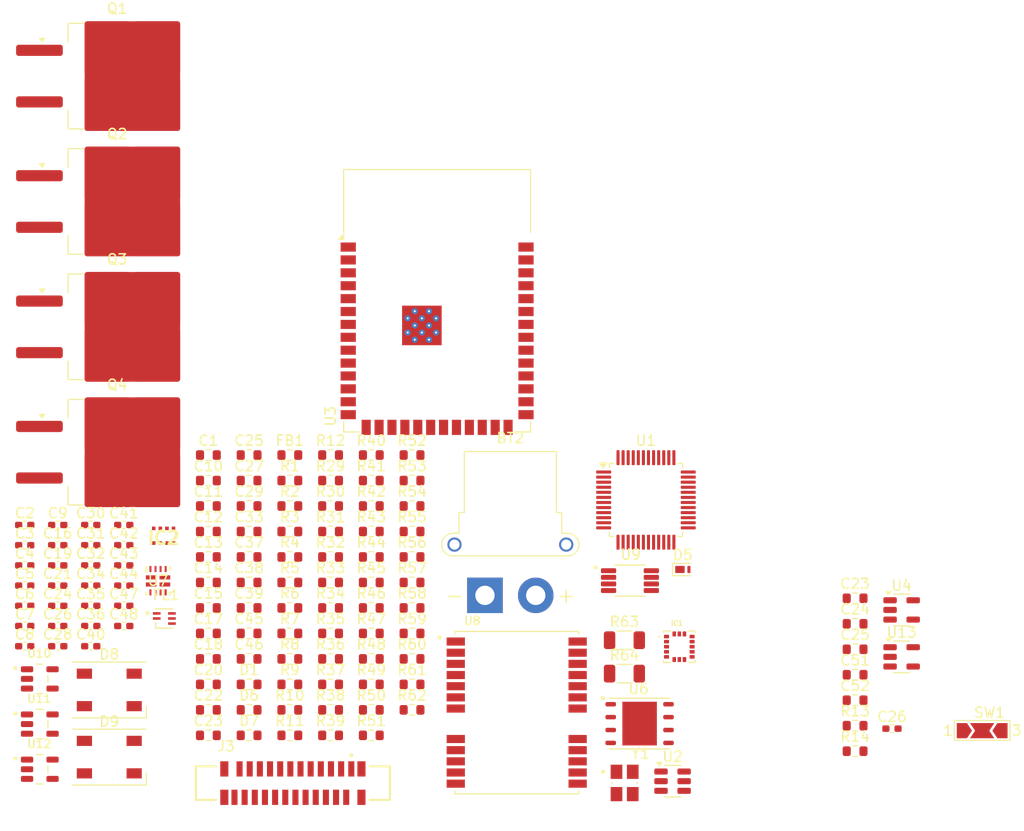
<source format=kicad_pcb>
(kicad_pcb (version 20240108) (generator "pcbnew") (generator_version "8.0")
  (layers (0 "F.Cu" signal) (1 "In1.Cu" signal) (2 "In2.Cu" signal) (31 "B.Cu" signal) (34 "B.Paste" user) (35 "F.Paste" user) (36 "B.SilkS" user "B.Silkscreen") (37 "F.SilkS" user "F.Silkscreen") (38 "B.Mask" user) (39 "F.Mask" user) (44 "Edge.Cuts" user))
  (net 0 "")
  (net 1 "/HSE_OUT")
  (net 2 "Net-(J4-Pin_2)")
  (net 3 "Net-(Q1-G)")
  (net 5 "/HSE_IN")
  (net 6 "/BATT_U")
  (net 8 "+3.3V")
  (net 12 "/CONTI_C1")
  (net 13 "/ALED_PWR")
  (net 15 "Net-(D8-DIN)")
  (net 17 "/IGN_1")
  (net 18 "/SPI_NSS")
  (net 19 "/STM_CS")
  (net 20 "+3.3VA")
  (net 22 "/SWDIO")
  (net 23 "/BOOT0")
  (net 26 "/USB_D-")
  (net 27 "/NRST")
  (net 29 "/USB_D+")
  (net 31 "/SPI_SCK")
  (net 32 "/SPI_MISO")
  (net 33 "Net-(D9-DIN)")
  (net 34 "/SWCLK")
  (net 35 "/SPI_MOSI")
  (net 37 "/IGN_2")
  (net 38 "/IGN_4")
  (net 39 "Net-(FL1-I{slash}O+_IN)")
  (net 40 "Net-(U2-BST)")
  (net 41 "/STM_MOSI")
  (net 42 "/STM_SCK")
  (net 43 "Net-(U2-SW)")
  (net 46 "Net-(J5-Pin_2)")
  (net 47 "Net-(FL1-I{slash}O-_IN)")
  (net 49 "Net-(Q2-G)")
  (net 52 "Net-(J6-Pin_2)")
  (net 56 "Net-(Q3-G)")
  (net 59 "Net-(J7-Pin_2)")
  (net 63 "Net-(Q4-G)")
  (net 66 "/CONTI_C2")
  (net 70 "/CONTI_C3")
  (net 73 "/CONTI_C4")
  (net 74 "/STM_ALED")
  (net 76 "/ESP_ALED")
  (net 80 "/5V_USB_RAW")
  (net 81 "AGND")
  (net 82 "/DVP_Y8")
  (net 83 "/DOVDD_2V8")
  (net 84 "/DVP_HREF")
  (net 85 "/DVP_Y6")
  (net 86 "/DVP_PCLK")
  (net 87 "/DVP_Y7")
  (net 88 "/DVDD_1V5")
  (net 89 "/CAM_RESET")
  (net 90 "/DVP_VSYNC")
  (net 91 "/CAM_PWDN")
  (net 92 "/DVP_Y2")
  (net 93 "/DVP_Y9")
  (net 94 "/DVP_Y3")
  (net 95 "/ESP_I2C_SCL")
  (net 96 "Net-(U3-IO3)")
  (net 97 "/DVP_Y5")
  (net 98 "/DVP_Y4")
  (net 99 "/STM_I2C_SCL")
  (net 100 "/ESP_UART_TX")
  (net 101 "/STM_I2C_SDA")
  (net 102 "/PWR_MUX")
  (net 103 "/IGN_3")
  (net 105 "Net-(IC1-REGOUT)")
  (net 106 "Net-(U7-SS)")
  (net 107 "Net-(U9-VCC)")
  (net 108 "Net-(U10-IN)")
  (net 109 "Net-(U10-BYPASS)")
  (net 110 "/ULN_3V3")
  (net 111 "Net-(D1-A)")
  (net 112 "Net-(D6-A)")
  (net 113 "Net-(D7-K)")
  (net 114 "/BATT_OUT")
  (net 115 "/SW_BOOT0")
  (net 116 "Net-(FL1-I{slash}O+_OUT)")
  (net 117 "Net-(FL1-I{slash}O-_OUT)")
  (net 118 "Net-(J2-CC2)")
  (net 119 "Net-(J2-CC1)")
  (net 120 "/ESP_UART_RX")
  (net 121 "/IO6")
  (net 122 "/IO15")
  (net 123 "Net-(U7-PR1)")
  (net 124 "Net-(U7-OV1)")
  (net 125 "Net-(U7-OV2)")
  (net 126 "Net-(U7-CP2)")
  (net 127 "Net-(U7-ILM)")
  (net 128 "Net-(U8-TIMEPULSE)")
  (net 129 "Net-(U8-RSVD_8)")
  (net 130 "Net-(L2-Pad1)")
  (net 131 "Net-(BT1-+)")
  (net 133 "Net-(BT2-+)")
  (net 136 "Net-(AE1-A)")
  (net 143 "/AVDD_2V8")
  (net 153 "/STM_MISO")
  (net 154 "/ESP_EN")
  (net 155 "Net-(U13-EN)")
  (net 156 "Net-(U4-EN)")
  (net 157 "/IO0")
  (footprint "Resistor_SMD:R_0603_1608Metric" (layer "F.Cu") (at 153.59 107.18)
    (property "Reference" "R8" (at 0 -1.43 0) (layer "F.SilkS"))
    (property "Value" "1K")
    (pad "1" smd roundrect (at -0.825 0) (size 0.8 0.95) (layers "F.Cu" "F.Paste" "F.Mask") (net 111 "Net-(D1-A)"))
    (pad "2" smd roundrect (at 0.825 0) (size 0.8 0.95) (layers "F.Cu" "F.Paste" "F.Mask") (net 96 "Net-(U3-IO3)"))
  )
  (footprint "LED_SMD:LED_SK6812_PLCC4_5.0x5.0mm_P3.2mm" (layer "F.Cu") (at 135.815 116.855)
    (property "Reference" "D9" (at 0 -3.5 0) (layer "F.SilkS"))
    (property "Value" "SK6812")
    (pad "1" smd rect (at 2.45 1.6) (size 1.5 1) (layers "F.Cu" "F.Paste" "F.Mask") (net 81 "AGND"))
    (pad "2" smd rect (at 2.45 -1.6) (size 1.5 1) (layers "F.Cu" "F.Paste" "F.Mask") (net 33 "Net-(D9-DIN)"))
    (pad "3" smd rect (at -2.45 -1.6) (size 1.5 1) (layers "F.Cu" "F.Paste" "F.Mask") (net 13 "/ALED_PWR"))
    (pad "4" smd rect (at -2.45 1.6) (size 1.5 1) (layers "F.Cu" "F.Paste" "F.Mask"))
  )
  (footprint "Resistor_SMD:R_0603_1608Metric" (layer "F.Cu") (at 145.57 114.71)
    (property "Reference" "C23" (at 0 -1.43 0) (layer "F.SilkS"))
    (property "Value" "10uF")
    (pad "1" smd roundrect (at -0.825 0) (size 0.8 0.95) (layers "F.Cu" "F.Paste" "F.Mask") (net 81 "AGND"))
    (pad "2" smd roundrect (at 0.825 0) (size 0.8 0.95) (layers "F.Cu" "F.Paste" "F.Mask") (net 8 "+3.3V"))
  )
  (footprint "Resistor_SMD:R_0603_1608Metric" (layer "F.Cu") (at 161.61 89.61)
    (property "Reference" "R41" (at 0 -1.43 0) (layer "F.SilkS"))
    (property "Value" "5k")
    (pad "1" smd roundrect (at -0.825 0) (size 0.8 0.95) (layers "F.Cu" "F.Paste" "F.Mask") (net 81 "AGND"))
    (pad "2" smd roundrect (at 0.825 0) (size 0.8 0.95) (layers "F.Cu" "F.Paste" "F.Mask") (net 126 "Net-(U7-CP2)"))
  )
  (footprint "Resistor_SMD:R_0402_1005Metric_Pad0.72x0.64mm_HandSolder" (layer "F.Cu") (at 130.74 99.96)
    (property "Reference" "C21" (at 0 -1.17 0) (layer "F.SilkS"))
    (property "Value" "0.1uF")
    (pad "1" smd roundrect (at -0.5975 0) (size 0.715 0.64) (layers "F.Cu" "F.Paste" "F.Mask") (net 81 "AGND"))
    (pad "2" smd roundrect (at 0.5975 0) (size 0.715 0.64) (layers "F.Cu" "F.Paste" "F.Mask") (net 83 "/DOVDD_2V8"))
  )
  (footprint "Resistor_SMD:R_0402_1005Metric_Pad0.72x0.64mm_HandSolder" (layer "F.Cu") (at 130.74 95.98)
    (property "Reference" "C16" (at 0 -1.17 0) (layer "F.SilkS"))
    (property "Value" "0.1uF")
    (pad "1" smd roundrect (at -0.5975 0) (size 0.715 0.64) (layers "F.Cu" "F.Paste" "F.Mask") (net 81 "AGND"))
    (pad "2" smd roundrect (at 0.5975 0) (size 0.715 0.64) (layers "F.Cu" "F.Paste" "F.Mask") (net 8 "+3.3V"))
  )
  (footprint "Vertigo Pro KiCad Libraries:SOP65P490X110-8N" (layer "F.Cu") (at 187.075 99.47)
    (property "Reference" "U9" (at 0.075 -2.575 0) (layer "F.SilkS"))
    (property "Value" "24AA32A-I_MS")
    (pad "1" smd roundrect (at -2.105 -0.975) (size 1.5 0.49) (layers "F.Cu" "F.Paste" "F.Mask") (net 81 "AGND"))
    (pad "2" smd roundrect (at -2.105 -0.325) (size 1.5 0.49) (layers "F.Cu" "F.Paste" "F.Mask") (net 81 "AGND"))
    (pad "3" smd roundrect (at -2.105 0.325) (size 1.5 0.49) (layers "F.Cu" "F.Paste" "F.Mask") (net 81 "AGND"))
    (pad "4" smd roundrect (at -2.105 0.975) (size 1.5 0.49) (layers "F.Cu" "F.Paste" "F.Mask") (net 81 "AGND"))
    (pad "5" smd roundrect (at 2.105 0.975 180) (size 1.5 0.49) (layers "F.Cu" "F.Paste" "F.Mask") (net 101 "/STM_I2C_SDA"))
    (pad "6" smd roundrect (at 2.105 0.325 180) (size 1.5 0.49) (layers "F.Cu" "F.Paste" "F.Mask") (net 99 "/STM_I2C_SCL"))
    (pad "7" smd roundrect (at 2.105 -0.325 180) (size 1.5 0.49) (layers "F.Cu" "F.Paste" "F.Mask") (net 81 "AGND"))
    (pad "8" smd roundrect (at 2.105 -0.975 180) (size 1.5 0.49) (layers "F.Cu" "F.Paste" "F.Mask") (net 107 "Net-(U9-VCC)"))
  )
  (footprint "Resistor_SMD:R_0603_1608Metric" (layer "F.Cu") (at 145.57 102.16)
    (property "Reference" "C15" (at 0 -1.43 0) (layer "F.SilkS"))
    (property "Value" "22uF")
    (pad "1" smd roundrect (at -0.825 0) (size 0.8 0.95) (layers "F.Cu" "F.Paste" "F.Mask") (net 8 "+3.3V"))
    (pad "2" smd roundrect (at 0.825 0) (size 0.8 0.95) (layers "F.Cu" "F.Paste" "F.Mask") (net 81 "AGND"))
  )
  (footprint "Resistor_SMD:R_0603_1608Metric" (layer "F.Cu") (at 165.62 104.67)
    (property "Reference" "R59" (at 0 -1.43 0) (layer "F.SilkS"))
    (property "Value" "10k")
    (pad "1" smd roundrect (at -0.825 0) (size 0.8 0.95) (layers "F.Cu" "F.Paste" "F.Mask") (net 81 "AGND"))
    (pad "2" smd roundrect (at 0.825 0) (size 0.8 0.95) (layers "F.Cu" "F.Paste" "F.Mask") (net 56 "Net-(Q3-G)"))
  )
  (footprint "Resistor_SMD:R_0402_1005Metric_Pad0.72x0.64mm_HandSolder" (layer "F.Cu") (at 127.49 97.97)
    (property "Reference" "C4" (at 0 -1.17 0) (layer "F.SilkS"))
    (property "Value" "100nF")
    (pad "1" smd roundrect (at -0.5975 0) (size 0.715 0.64) (layers "F.Cu" "F.Paste" "F.Mask") (net 8 "+3.3V"))
    (pad "2" smd roundrect (at 0.5975 0) (size 0.715 0.64) (layers "F.Cu" "F.Paste" "F.Mask") (net 81 "AGND"))
  )
  (footprint "Resistor_SMD:R_0603_1608Metric" (layer "F.Cu") (at 161.61 87.1)
    (property "Reference" "R40" (at 0 -1.43 0) (layer "F.SilkS"))
    (property "Value" "10.2k")
    (pad "1" smd roundrect (at -0.825 0) (size 0.8 0.95) (layers "F.Cu" "F.Paste" "F.Mask") (net 126 "Net-(U7-CP2)"))
    (pad "2" smd roundrect (at 0.825 0) (size 0.8 0.95) (layers "F.Cu" "F.Paste" "F.Mask") (net 80 "/5V_USB_RAW"))
  )
  (footprint "Resistor_SMD:R_0402_1005Metric_Pad0.72x0.64mm_HandSolder" (layer "F.Cu") (at 133.99 103.94)
    (property "Reference" "C36" (at 0 -1.17 0) (layer "F.SilkS"))
    (property "Value" "100nF")
    (pad "1" smd roundrect (at -0.5975 0) (size 0.715 0.64) (layers "F.Cu" "F.Paste" "F.Mask") (net 8 "+3.3V"))
    (pad "2" smd roundrect (at 0.5975 0) (size 0.715 0.64) (layers "F.Cu" "F.Paste" "F.Mask") (net 81 "AGND"))
  )
  (footprint "Vertigo Pro KiCad Libraries:PQFN50P300X300X80-16N" (layer "F.Cu") (at 191.935 105.98)
    (property "Reference" "IC1" (at -0.226773 -2.312648 0) (layer "F.SilkS") (effects (font (size 0.481634 0.481634))))
    (property "Value" "ICM-20602")
    (pad "1" smd roundrect (at -1.26 -1) (size 0.49 0.35) (layers "F.Cu" "F.Paste" "F.Mask") (roundrect_rratio 0.125) (net 8 "+3.3V"))
    (pad "2" smd roundrect (at -1.26 -0.5) (size 0.49 0.35) (layers "F.Cu" "F.Paste" "F.Mask") (roundrect_rratio 0.125) (net 99 "/STM_I2C_SCL"))
    (pad "3" smd roundrect (at -1.26 0) (size 0.49 0.35) (layers "F.Cu" "F.Paste" "F.Mask") (roundrect_rratio 0.125) (net 101 "/STM_I2C_SDA"))
    (pad "4" smd roundrect (at -1.26 0.5) (size 0.49 0.35) (layers "F.Cu" "F.Paste" "F.Mask") (roundrect_rratio 0.125) (net 81 "AGND"))
    (pad "5" smd roundrect (at -1.26 1) (size 0.49 0.35) (layers "F.Cu" "F.Paste" "F.Mask") (roundrect_rratio 0.125))
    (pad "6" smd roundrect (at -0.5 1.26 90) (size 0.49 0.35) (layers "F.Cu" "F.Paste" "F.Mask") (roundrect_rratio 0.125) (net 81 "AGND"))
    (pad "7" smd roundrect (at 0 1.26 90) (size 0.49 0.35) (layers "F.Cu" "F.Paste" "F.Mask") (roundrect_rratio 0.125))
    (pad "8" smd roundrect (at 0.5 1.26 90) (size 0.49 0.35) (layers "F.Cu" "F.Paste" "F.Mask") (roundrect_rratio 0.125) (net 81 "AGND"))
    (pad "9" smd roundrect (at 1.26 1 180) (size 0.49 0.35) (layers "F.Cu" "F.Paste" "F.Mask") (roundrect_rratio 0.125) (net 81 "AGND"))
    (pad "10" smd roundrect (at 1.26 0.5 180) (size 0.49 0.35) (layers "F.Cu" "F.Paste" "F.Mask") (roundrect_rratio 0.125) (net 81 "AGND"))
    (pad "11" smd roundrect (at 1.26 0 180) (size 0.49 0.35) (layers "F.Cu" "F.Paste" "F.Mask") (roundrect_rratio 0.125) (net 81 "AGND"))
    (pad "12" smd roundrect (at 1.26 -0.5 180) (size 0.49 0.35) (layers "F.Cu" "F.Paste" "F.Mask") (roundrect_rratio 0.125) (net 81 "AGND"))
    (pad "13" smd roundrect (at 1.26 -1 180) (size 0.49 0.35) (layers "F.Cu" "F.Paste" "F.Mask") (roundrect_rratio 0.125) (net 81 "AGND"))
    (pad "14" smd roundrect (at 0.5 -1.26 270) (size 0.49 0.35) (layers "F.Cu" "F.Paste" "F.Mask") (roundrect_rratio 0.125) (net 105 "Net-(IC1-REGOUT)"))
    (pad "15" smd roundrect (at 0 -1.26 270) (size 0.49 0.35) (layers "F.Cu" "F.Paste" "F.Mask") (roundrect_rratio 0.125) (net 81 "AGND"))
    (pad "16" smd roundrect (at -0.5 -1.26 270) (size 0.49 0.35) (layers "F.Cu" "F.Paste" "F.Mask") (roundrect_rratio 0.125) (net 8 "+3.3V"))
  )
  (footprint "Resistor_SMD:R_0402_1005Metric_Pad0.72x0.64mm_HandSolder" (layer "F.Cu") (at 212.87 114.05)
    (property "Reference" "C26" (at 0 -1.17 0) (layer "F.SilkS"))
    (property "Value" "0.1uF")
    (pad "1" smd roundrect (at -0.5975 0) (size 0.715 0.64) (layers "F.Cu" "F.Paste" "F.Mask") (net 81 "AGND"))
    (pad "2" smd roundrect (at 0.5975 0) (size 0.715 0.64) (layers "F.Cu" "F.Paste" "F.Mask") (net 154 "/ESP_EN"))
  )
  (footprint "Connector_AMASS:AMASS_XT30PW-F_1x02_P2.50mm_Horizontal" (layer "F.Cu") (at 172.8 100.92)
    (property "Reference" "BT2" (at 2.5 -15.5 0) (layer "F.SilkS"))
    (property "Value" "3S LiPo")
    (fp_text user "-" (at -3 0 0) (layer "F.SilkS") (effects (font (size 1.5 1.5))))
    (fp_text user "+" (at 8 0 0) (layer "F.SilkS") (effects (font (size 1.5 1.5))))
    (pad "" thru_hole circle (at -3 -5 90) (size 1.4 1.4) (drill 1) (layers "*.Cu" "*.Mask"))
    (pad "" thru_hole circle (at 8 -5) (size 1.4 1.4) (drill 1) (layers "*.Cu" "*.Mask"))
    (pad "1" thru_hole rect (at 0 0) (size 3.5 3.5) (drill 1.9) (layers "*.Cu" "*.Mask") (net 133 "Net-(BT2-+)"))
    (pad "2" thru_hole circle (at 5 0) (size 3.5 3.5) (drill 1.9) (layers "*.Cu" "*.Mask") (net 81 "AGND"))
  )
  (footprint "Package_TO_SOT_SMD:SOT-23-5" (layer "F.Cu") (at 213.82 102.355)
    (property "Reference" "U4" (at 0 -2.4 0) (layer "F.SilkS"))
    (property "Value" "TLV75515PDBV")
    (pad "1" smd roundrect (at -1.1375 -0.95) (size 1.325 0.6) (layers "F.Cu" "F.Paste" "F.Mask") (net 8 "+3.3V"))
    (pad "2" smd roundrect (at -1.1375 0) (size 1.325 0.6) (layers "F.Cu" "F.Paste" "F.Mask") (net 81 "AGND"))
    (pad "3" smd roundrect (at -1.1375 0.95) (size 1.325 0.6) (layers "F.Cu" "F.Paste" "F.Mask") (net 156 "Net-(U4-EN)"))
    (pad "4" smd roundrect (at 1.1375 0.95) (size 1.325 0.6) (layers "F.Cu" "F.Paste" "F.Mask"))
    (pad "5" smd roundrect (at 1.1375 -0.95) (size 1.325 0.6) (layers "F.Cu" "F.Paste" "F.Mask") (net 88 "/DVDD_1V5"))
  )
  (footprint "Resistor_SMD:R_0603_1608Metric" (layer "F.Cu") (at 149.58 97.14)
    (property "Reference" "C37" (at 0 -1.43 0) (layer "F.SilkS"))
    (property "Value" "2.2uF")
    (pad "1" smd roundrect (at -0.825 0) (size 0.8 0.95) (layers "F.Cu" "F.Paste" "F.Mask") (net 8 "+3.3V"))
    (pad "2" smd roundrect (at 0.825 0) (size 0.8 0.95) (layers "F.Cu" "F.Paste" "F.Mask") (net 81 "AGND"))
  )
  (footprint "Resistor_SMD:R_0603_1608Metric" (layer "F.Cu") (at 161.61 107.18)
    (property "Reference" "R48" (at 0 -1.43 0) (layer "F.SilkS"))
    (property "Value" "1.5k")
    (pad "1" smd roundrect (at -0.825 0) (size 0.8 0.95) (layers "F.Cu" "F.Paste" "F.Mask") (net 116 "Net-(FL1-I{slash}O+_OUT)"))
    (pad "2" smd roundrect (at 0.825 0) (size 0.8 0.95) (layers "F.Cu" "F.Paste" "F.Mask") (net 110 "/ULN_3V3"))
  )
  (footprint "Resistor_SMD:R_0603_1608Metric" (layer "F.Cu") (at 157.6 87.1)
    (property "Reference" "R12" (at 0 -1.43 0) (layer "F.SilkS"))
    (property "Value" "10K")
    (pad "1" smd roundrect (at -0.825 0) (size 0.8 0.95) (layers "F.Cu" "F.Paste" "F.Mask") (net 8 "+3.3V"))
    (pad "2" smd roundrect (at 0.825 0) (size 0.8 0.95) (layers "F.Cu" "F.Paste" "F.Mask") (net 154 "/ESP_EN"))
  )
  (footprint "Resistor_SMD:R_0603_1608Metric" (layer "F.Cu") (at 161.61 97.14)
    (property "Reference" "R44" (at 0 -1.43 0) (layer "F.SilkS"))
    (property "Value" "22R")
    (pad "1" smd roundrect (at -0.825 0) (size 0.8 0.95) (layers "F.Cu" "F.Paste" "F.Mask") (net 129 "Net-(U8-RSVD_8)"))
    (pad "2" smd roundrect (at 0.825 0) (size 0.8 0.95) (layers "F.Cu" "F.Paste" "F.Mask") (net 130 "Net-(L2-Pad1)"))
  )
  (footprint "Vertigo Pro KiCad Libraries:SOT95P280X145-5N" (layer "F.Cu") (at 128.975 118.05)
    (property "Reference" "U12" (at -0.06 -2.508 0) (layer "F.SilkS") (effects (font (size 0.8 0.8))))
    (property "Value" "TLV709")
    (pad "1" smd roundrect (at -1.255 -0.95) (size 1.21 0.59) (layers "F.Cu" "F.Paste" "F.Mask") (net 102 "/PWR_MUX"))
    (pad "2" smd roundrect (at -1.255 0) (size 1.21 0.59) (layers "F.Cu" "F.Paste" "F.Mask") (net 81 "AGND"))
    (pad "3" smd roundrect (at -1.255 0.95) (size 1.21 0.59) (layers "F.Cu" "F.Paste" "F.Mask"))
    (pad "4" smd roundrect (at 1.255 0.95) (size 1.21 0.59) (layers "F.Cu" "F.Paste" "F.Mask"))
    (pad "5" smd roundrect (at 1.255 -0.95) (size 1.21 0.59) (layers "F.Cu" "F.Paste" "F.Mask") (net 13 "/ALED_PWR"))
  )
  (footprint "Resistor_SMD:R_0402_1005Metric_Pad0.72x0.64mm_HandSolder" (layer "F.Cu") (at 130.74 93.99)
    (property "Reference" "C9" (at 0 -1.17 0) (layer "F.SilkS"))
    (property "Value" "10nF")
    (pad "1" smd roundrect (at -0.5975 0) (size 0.715 0.64) (layers "F.Cu" "F.Paste" "F.Mask") (net 20 "+3.3VA"))
    (pad "2" smd roundrect (at 0.5975 0) (size 0.715 0.64) (layers "F.Cu" "F.Paste" "F.Mask") (net 81 "AGND"))
  )
  (footprint "Resistor_SMD:R_0603_1608Metric" (layer "F.Cu") (at 145.57 87.1)
    (property "Reference" "C1" (at 0 -1.43 0) (layer "F.SilkS"))
    (property "Value" "10uF")
    (pad "1" smd roundrect (at -0.825 0) (size 0.8 0.95) (layers "F.Cu" "F.Paste" "F.Mask") (net 8 "+3.3V"))
    (pad "2" smd roundrect (at 0.825 0) (size 0.8 0.95) (layers "F.Cu" "F.Paste" "F.Mask") (net 81 "AGND"))
  )
  (footprint "Resistor_SMD:R_0603_1608Metric" (layer "F.Cu") (at 161.61 99.65)
    (property "Reference" "R45" (at 0 -1.43 0) (layer "F.SilkS"))
    (property "Value" "1k")
    (pad "1" smd roundrect (at -0.825 0) (size 0.8 0.95) (layers "F.Cu" "F.Paste" "F.Mask") (net 131 "Net-(BT1-+)"))
    (pad "2" smd roundrect (at 0.825 0) (size 0.8 0.95) (layers "F.Cu" "F.Paste" "F.Mask") (net 113 "Net-(D7-K)"))
  )
  (footprint "Resistor_SMD:R_0603_1608Metric" (layer "F.Cu") (at 165.62 94.63)
    (property "Reference" "R55" (at 0 -1.43 0) (layer "F.SilkS"))
    (property "Value" "1k")
    (pad "1" smd roundrect (at -0.825 0) (size 0.8 0.95) (layers "F.Cu" "F.Paste" "F.Mask") (net 81 "AGND"))
    (pad "2" smd roundrect (at 0.825 0) (size 0.8 0.95) (layers "F.Cu" "F.Paste" "F.Mask") (net 70 "/CONTI_C3"))
  )
  (footprint "Resistor_SMD:R_0603_1608Metric" (layer "F.Cu") (at 165.62 89.61)
    (property "Reference" "R53" (at 0 -1.43 0) (layer "F.SilkS"))
    (property "Value" "10k")
    (pad "1" smd roundrect (at -0.825 0) (size 0.8 0.95) (layers "F.Cu" "F.Paste" "F.Mask") (net 81 "AGND"))
    (pad "2" smd roundrect (at 0.825 0) (size 0.8 0.95) (layers "F.Cu" "F.Paste" "F.Mask") (net 49 "Net-(Q2-G)"))
  )
  (footprint "Resistor_SMD:R_0603_1608Metric" (layer "F.Cu") (at 157.6 109.69)
    (property "Reference" "R37" (at 0 -1.43 0) (layer "F.SilkS"))
    (property "Value" "5k")
    (pad "1" smd roundrect (at -0.825 0) (size 0.8 0.95) (layers "F.Cu" "F.Paste" "F.Mask") (net 124 "Net-(U7-OV1)"))
    (pad "2" smd roundrect (at 0.825 0) (size 0.8 0.95) (layers "F.Cu" "F.Paste" "F.Mask") (net 81 "AGND"))
  )
  (footprint "Resistor_SMD:R_0603_1608Metric" (layer "F.Cu") (at 153.59 112.2)
    (property "Reference" "R10" (at 0 -1.43 0) (layer "F.SilkS"))
    (property "Value" "10K")
    (pad "1" smd roundrect (at -0.825 0) (size 0.8 0.95) (layers "F.Cu" "F.Paste" "F.Mask") (net 91 "/CAM_PWDN"))
    (pad "2" smd roundrect (at 0.825 0) (size 0.8 0.95) (layers "F.Cu" "F.Paste" "F.Mask") (net 81 "AGND"))
  )
  (footprint "Resistor_SMD:R_0603_1608Metric" (layer "F.Cu") (at 153.59 109.69)
    (property "Reference" "R9" (at 0 -1.43 0) (layer "F.SilkS"))
    (property "Value" "10K")
    (pad "1" smd roundrect (at -0.825 0) (size 0.8 0.95) (layers "F.Cu" "F.Paste" "F.Mask") (net 83 "/DOVDD_2V8"))
    (pad "2" smd roundrect (at 0.825 0) (size 0.8 0.95) (layers "F.Cu" "F.Paste" "F.Mask") (net 89 "/CAM_RESET"))
  )
  (footprint "Resistor_SMD:R_0603_1608Metric" (layer "F.Cu") (at 157.6 94.63)
    (property "Reference" "R31" (at 0 -1.43 0) (layer "F.SilkS"))
    (property "Value" "10K")
    (pad "1" smd roundrect (at -0.825 0) (size 0.8 0.95) (layers "F.Cu" "F.Paste" "F.Mask") (net 19 "/STM_CS"))
    (pad "2" smd roundrect (at 0.825 0) (size 0.8 0.95) (layers "F.Cu" "F.Paste" "F.Mask") (net 8 "+3.3V"))
  )
  (footprint "Resistor_SMD:R_0603_1608Metric" (layer "F.Cu") (at 209.24 116.27)
    (property "Reference" "R14" (at 0 -1.43 0) (layer "F.SilkS"))
    (property "Value" "10K")
    (pad "1" smd roundrect (at -0.825 0) (size 0.8 0.95) (layers "F.Cu" "F.Paste" "F.Mask") (net 156 "Net-(U4-EN)"))
    (pad "2" smd roundrect (at 0.825 0) (size 0.8 0.95) (layers "F.Cu" "F.Paste" "F.Mask") (net 8 "+3.3V"))
  )
  (footprint "Resistor_SMD:R_0603_1608Metric" (layer "F.Cu") (at 145.57 107.18)
    (property "Reference" "C18" (at 0 -1.43 0) (layer "F.SilkS"))
    (property "Value" "4.7uF")
    (pad "1" smd roundrect (at -0.825 0) (size 0.8 0.95) (layers "F.Cu" "F.Paste" "F.Mask") (net 81 "AGND"))
    (pad "2" smd roundrect (at 0.825 0) (size 0.8 0.95) (layers "F.Cu" "F.Paste" "F.Mask") (net 88 "/DVDD_1V5"))
  )
  (footprint "Resistor_SMD:R_0402_1005Metric_Pad0.72x0.64mm_HandSolder" (layer "F.Cu") (at 130.74 97.97)
    (property "Reference" "C19" (at 0 -1.17 0) (layer "F.SilkS"))
    (property "Value" "0.1uF")
    (pad "1" smd roundrect (at -0.5975 0) (size 0.715 0.64) (layers "F.Cu" "F.Paste" "F.Mask") (net 81 "AGND"))
    (pad "2" smd roundrect (at 0.5975 0) (size 0.715 0.64) (layers "F.Cu" "F.Paste" "F.Mask") (net 88 "/DVDD_1V5"))
  )
  (footprint "Resistor_SMD:R_0402_1005Metric_Pad0.72x0.64mm_HandSolder" (layer "F.Cu") (at 127.49 93.99)
    (property "Reference" "C2" (at 0 -1.17 0) (layer "F.SilkS"))
    (property "Value" "100nF")
    (pad "1" smd roundrect (at -0.5975 0) (size 0.715 0.64) (layers "F.Cu" "F.Paste" "F.Mask") (net 27 "/NRST"))
    (pad "2" smd roundrect (at 0.5975 0) (size 0.715 0.64) (layers "F.Cu" "F.Paste" "F.Mask") (net 81 "AGND"))
  )
  (footprint "Resistor_SMD:R_0402_1005Metric_Pad0.72x0.64mm_HandSolder" (layer "F.Cu") (at 137.24 95.98)
    (property "Reference" "C42" (at 0 -1.17 0) (layer "F.SilkS"))
    (property "Value" "0.47uF")
    (pad "1" smd roundrect (at -0.5975 0) (size 0.715 0.64) (layers "F.Cu" "F.Paste" "F.Mask") (net 81 "AGND"))
    (pad "2" smd roundrect (at 0.5975 0) (size 0.715 0.64) (layers "F.Cu" "F.Paste" "F.Mask") (net 108 "Net-(U10-IN)"))
  )
  (footprint "Resistor_SMD:R_0603_1608Metric" (layer "F.Cu") (at 149.58 92.12)
    (property "Reference" "C29" (at 0 -1.43 0) (layer "F.SilkS"))
    (property "Value" "10uF")
    (pad "1" smd roundrect (at -0.825 0) (size 0.8 0.95) (layers "F.Cu" "F.Paste" "F.Mask") (net 81 "AGND"))
    (pad "2" smd roundrect (at 0.825 0) (size 0.8 0.95) (layers "F.Cu" "F.Paste" "F.Mask") (net 88 "/DVDD_1V5"))
  )
  (footprint "Resistor_SMD:R_0402_1005Metric_Pad0.72x0.64mm_HandSolder" (layer "F.Cu") (at 130.74 105.93)
    (property "Reference" "C28" (at 0 -1.17 0) (layer "F.SilkS"))
    (property "Value" "0.1uF")
    (pad "1" smd roundrect (at -0.5975 0) (size 0.715 0.64) (layers "F.Cu" "F.Paste" "F.Mask") (net 8 "+3.3V"))
    (pad "2" smd roundrect (at 0.5975 0) (size 0.715 0.64) (layers "F.Cu" "F.Paste" "F.Mask") (net 81 "AGND"))
  )
  (footprint "Resistor_SMD:R_0402_1005Metric_Pad0.72x0.64mm_HandSolder" (layer "F.Cu") (at 133.99 97.97)
    (property "Reference" "C32" (at 0 -1.17 0) (layer "F.SilkS"))
    (property "Value" "0.1uF")
    (pad "1" smd roundrect (at -0.5975 0) (size 0.715 0.64) (layers "F.Cu" "F.Paste" "F.Mask") (net 81 "AGND"))
    (pad "2" smd roundrect (at 0.5975 0) (size 0.715 0.64) (layers "F.Cu" "F.Paste" "F.Mask") (net 8 "+3.3V"))
  )
  (footprint "Package_QFP:LQFP-48_7x7mm_P0.5mm" (layer "F.Cu") (at 188.65 91.52)
    (property "Reference" "U1" (at 0 -5.85 0) (layer "F.SilkS"))
    (property "Value" "STM32F103C8Tx")
    (pad "1" smd roundrect (at -4.1625 -2.75) (size 1.475 0.3) (layers "F.Cu" "F.Paste" "F.Mask") (net 8 "+3.3V"))
    (pad "2" smd roundrect (at -4.1625 -2.25) (size 1.475 0.3) (layers "F.Cu" "F.Paste" "F.Mask"))
    (pad "3" smd roundrect (at -4.1625 -1.75) (size 1.475 0.3) (layers "F.Cu" "F.Paste" "F.Mask"))
    (pad "4" smd roundrect (at -4.1625 -1.25) (size 1.475 0.3) (layers "F.Cu" "F.Paste" "F.Mask") (net 74 "/STM_ALED"))
    (pad "5" smd roundrect (at -4.1625 -0.75) (size 1.475 0.3) (layers "F.Cu" "F.Paste" "F.Mask") (net 5 "/HSE_IN"))
    (pad "6" smd roundrect (at -4.1625 -0.25) (size 1.475 0.3) (layers "F.Cu" "F.Paste" "F.Mask") (net 1 "/HSE_OUT"))
    (pad "7" smd roundrect (at -4.1625 0.25) (size 1.475 0.3) (layers "F.Cu" "F.Paste" "F.Mask") (net 27 "/NRST"))
    (pad "8" smd roundrect (at -4.1625 0.75) (size 1.475 0.3) (layers "F.Cu" "F.Paste" "F.Mask") (net 81 "AGND"))
    (pad "9" smd roundrect (at -4.1625 1.25) (size 1.475 0.3) (layers "F.Cu" "F.Paste" "F.Mask") (net 20 "+3.3VA"))
    (pad "10" smd roundrect (at -4.1625 1.75) (size 1.475 0.3) (layers "F.Cu" "F.Paste" "F.Mask") (net 17 "/IGN_1"))
    (pad "11" smd roundrect (at -4.1625 2.25) (size 1.475 0.3) (layers "F.Cu" "F.Paste" "F.Mask") (net 37 "/IGN_2"))
    (pad "12" smd roundrect (at -4.1625 2.75) (size 1.475 0.3) (layers "F.Cu" "F.Paste" "F.Mask") (net 103 "/IGN_3"))
    (pad "13" smd roundrect (at -2.75 4.1625) (size 0.3 1.475) (layers "F.Cu" "F.Paste" "F.Mask") (net 38 "/IGN_4"))
    (pad "14" smd roundrect (at -2.25 4.1625) (size 0.3 1.475) (layers "F.Cu" "F.Paste" "F.Mask") (net 12 "/CONTI_C1"))
    (pad "15" smd roundrect (at -1.75 4.1625) (size 0.3 1.475) (layers "F.Cu" "F.Paste" "F.Mask"))
    (pad "16" smd roundrect (at -1.25 4.1625) (size 0.3 1.475) (layers "F.Cu" "F.Paste" "F.Mask"))
    (pad "17" smd roundrect (at -0.75 4.1625) (size 0.3 1.475) (layers "F.Cu" "F.Paste" "F.Mask"))
    (pad "18" smd roundrect (at -0.25 4.1625) (size 0.3 1.475) (layers "F.Cu" "F.Paste" "F.Mask") (net 6 "/BATT_U"))
    (pad "19" smd roundrect (at 0.25 4.1625) (size 0.3 1.475) (layers "F.Cu" "F.Paste" "F.Mask"))
    (pad "20" smd roundrect (at 0.75 4.1625) (size 0.3 1.475) (layers "F.Cu" "F.Paste" "F.Mask"))
    (pad "21" smd roundrect (at 1.25 4.1625) (size 0.3 1.475) (layers "F.Cu" "F.Paste" "F.Mask") (net 99 "/STM_I2C_SCL"))
    (pad "22" smd roundrect (at 1.75 4.1625) (size 0.3 1.475) (layers "F.Cu" "F.Paste" "F.Mask") (net 101 "/STM_I2C_SDA"))
    (pad "23" smd roundrect (at 2.25 4.1625) (size 0.3 1.475) (layers "F.Cu" "F.Paste" "F.Mask") (net 81 "AGND"))
    (pad "24" smd roundrect (at 2.75 4.1625) (size 0.3 1.475) (layers "F.Cu" "F.Paste" "F.Mask") (net 8 "+3.3V"))
    (pad "25" smd roundrect (at 4.1625 2.75) (size 1.475 0.3) (layers "F.Cu" "F.Paste" "F.Mask") (net 18 "/SPI_NSS"))
    (pad "26" smd roundrect (at 4.1625 2.25) (size 1.475 0.3) (layers "F.Cu" "F.Paste" "F.Mask") (net 31 "/SPI_SCK"))
    (pad "27" smd roundrect (at 4.1625 1.75) (size 1.475 0.3) (layers "F.Cu" "F.Paste" "F.Mask") (net 32 "/SPI_MISO"))
    (pad "28" smd roundrect (at 4.1625 1.25) (size 1.475 0.3) (layers "F.Cu" "F.Paste" "F.Mask") (net 35 "/SPI_MOSI"))
    (pad "29" smd roundrect (at 4.1625 0.75) (size 1.475 0.3) (layers "F.Cu" "F.Paste" "F.Mask"))
    (pad "30" smd roundrect (at 4.1625 0.25) (size 1.475 0.3) (layers "F.Cu" "F.Paste" "F.Mask") (net 120 "/ESP_UART_RX"))
    (pad "31" smd roundrect (at 4.1625 -0.25) (size 1.475 0.3) (layers "F.Cu" "F.Paste" "F.Mask") (net 100 "/ESP_UART_TX"))
    (pad "32" smd roundrect (at 4.1625 -0.75) (size 1.475 0.3) (layers "F.Cu" "F.Paste" "F.Mask") (net 26 "/USB_D-"))
    (pad "33" smd roundrect (at 4.1625 -1.25) (size 1.475 0.3) (layers "F.Cu" "F.Paste" "F.Mask") (net 29 "/USB_D+"))
    (pad "34" smd roundrect (at 4.1625 -1.75) (size 1.475 0.3) (layers "F.Cu" "F.Paste" "F.Mask") (net 22 "/SWDIO"))
    (pad "35" smd roundrect (at 4.1625 -2.25) (size 1.475 0.3) (layers "F.Cu" "F.Paste" "F.Mask") (net 81 "AGND"))
    (pad "36" smd roundrect (at 4.1625 -2.75) (size 1.475 0.3) (layers "F.Cu" "F.Paste" "F.Mask") (net 8 "+3.3V"))
    (pad "37" smd roundrect (at 2.75 -4.1625) (size 0.3 1.475) (layers "F.Cu" "F.Paste" "F.Mask") (net 34 "/SWCLK"))
    (pad "38" smd roundrect (at 2.25 -4.1625) (size 0.3 1.475) (layers "F.Cu" "F.Paste" "F.Mask"))
    (pad "39" smd roundrect (at 1.75 -4.1625) (size 0.3 1.475) (layers "F.Cu" "F.Paste" "F.Mask"))
    (pad "40" smd roundrect (at 1.25 -4.1625) (size 0.3 1.475) (layers "F.Cu" "F.Paste" "F.Mask"))
    (pad "41" smd roundrect (at 0.75 -4.1625) (size 0.3 1.475) (layers "F.Cu" "F.Paste" "F.Mask"))
    (pad "42" smd roundrect (at 0.25 -4.1625) (size 0.3 1.475) (layers "F.Cu" "F.Paste" "F.Mask"))
    (pad "43" smd roundrect (at -0.25 -4.1625) (size 0.3 1.475) (layers "F.Cu" "F.Paste" "F.Mask"))
    (pad "44" smd roundrect (at -0.75 -4.1625) (size 0.3 1.475) (layers "F.Cu" "F.Paste" "F.Mask") (net 23 "/BOOT0"))
    (pad "45" smd roundrect (at -1.25 -4.1625) (size 0.3 1.475) (layers "F.Cu" "F.Paste" "F.Mask"))
    (pad "46" smd roundrect (at -1.75 -4.1625) (size 0.3 1.475) (layers "F.Cu" "F.Paste" "F.Mask"))
    (pad "47" smd roundrect (at -2.25 -4.1625) (size 0.3 1.475) (layers "F.Cu" "F.Paste" "F.Mask") (net 81 "AGND"))
    (pad "48" smd roundrect (at -2.75 -4.1625) (size 0.3 1.475) (layers "F.Cu" "F.Paste" "F.Mask") (net 8 "+3.3V"))
  )
  (footprint "Resistor_SMD:R_0603_1608Metric" (layer "F.Cu") (at 157.6 89.61)
    (property "Reference" "R29" (at 0 -1.43 0) (layer "F.SilkS"))
    (property "Value" "10K")
    (pad "1" smd roundrect (at -0.825 0) (size 0.8 0.95) (layers "F.Cu" "F.Paste" "F.Mask") (net 99 "/STM_I2C_SCL"))
    (pad "2" smd roundrect (at 0.825 0) (size 0.8 0.95) (layers "F.Cu" "F.Paste" "F.Mask") (net 8 "+3.3V"))
  )
  (footprint "Resistor_SMD:R_0603_1608Metric" (layer "F.Cu") (at 145.57 109.69)
    (property "Reference" "C20" (at 0 -1.43 0) (layer "F.SilkS"))
    (property "Value" "4.7uF")
    (pad "1" smd roundrect (at -0.825 0) (size 0.8 0.95) (layers "F.Cu" "F.Paste" "F.Mask") (net 81 "AGND"))
    (pad "2" smd roundrect (at 0.825 0) (size 0.8 0.95) (layers "F.Cu" "F.Paste" "F.Mask") (net 83 "/DOVDD_2V8"))
  )
  (footprint "Resistor_SMD:R_0603_1608Metric" (layer "F.Cu") (at 157.6 107.18)
    (property "Reference" "R36" (at 0 -1.43 0) (layer "F.SilkS"))
    (property "Value" "64.4k")
    (pad "1" smd roundrect (at -0.825 0) (size 0.8 0.95) (layers "F.Cu" "F.Paste" "F.Mask") (net 124 "Net-(U7-OV1)"))
    (pad "2" smd roundrect (at 0.825 0) (size 0.8 0.95) (layers "F.Cu" "F.Paste" "F.Mask") (net 114 "/BATT_OUT"))
  )
  (footprint "Resistor_SMD:R_0603_1608Metric" (layer "F.Cu") (at 157.6 114.71)
    (property "Reference" "R39" (at 0 -1.43 0) (layer "F.SilkS"))
    (property "Value" "5k")
    (pad "1" smd roundrect (at -0.825 0) (size 0.8 0.95) (layers "F.Cu" "F.Paste" "F.Mask") (net 81 "AGND"))
    (pad "2" smd roundrect (at 0.825 0) (size 0.8 0.95) (layers "F.Cu" "F.Paste" "F.Mask") (net 125 "Net-(U7-OV2)"))
  )
  (footprint "Vertigo Pro KiCad Libraries:SON127P600X500X80-9N" (layer "F.Cu") (at 188.025 113.55)
    (property "Reference" "U6" (at -0.100195 -3.416365 0) (layer "F.SilkS") (effects (font (size 1.001866 1.001866))))
    (property "Value" "W25Q64FV")
    (pad "1" smd roundrect (at -2.845 -1.905) (size 1.04 0.44) (layers "F.Cu" "F.Paste" "F.Mask") (roundrect_rratio 0.35) (net 19 "/STM_CS"))
    (pad "2" smd roundrect (at -2.845 -0.635) (size 1.04 0.44) (layers "F.Cu" "F.Paste" "F.Mask") (roundrect_rratio 0.35) (net 153 "/STM_MISO"))
    (pad "3" smd roundrect (at -2.845 0.635) (size 1.04 0.44) (layers "F.Cu" "F.Paste" "F.Mask") (roundrect_rratio 0.35))
    (pad "4" smd roundrect (at -2.845 1.905) (size 1.04 0.44) (layers "F.Cu" "F.Paste" "F.Mask") (roundrect_rratio 0.35) (net 81 "AGND"))
    (pad "5" smd roundrect (at 2.845 1.905) (size 1.04 0.44) (layers "F.Cu" "F.Paste" "F.Mask") (roundrect_rratio 0.35) (net 41 "/STM_MOSI"))
    (pad "6" smd roundrect (at 2.845 0.635) (size 1.04 0.44) (layers "F.Cu" "F.Paste" "F.Mask") (roundrect_rratio 0.35) (net 42 "/STM_SCK"))
    (pad "7" smd roundrect (at 2.845 -0.635) (size 1.04 0.44) (layers "F.Cu" "F.Paste" "F.Mask") (roundrect_rratio 0.35) (net 8 "+3.3V"))
    (pad "8" smd roundrect (at 2.845 -1.905) (size 1.04 0.44) (layers "F.Cu" "F.Paste" "F.Mask") (roundrect_rratio 0.35) (net 8 "+3.3V"))
    (pad "9" smd rect (at 0 0 90) (size 4.3 3.4) (layers "F.Cu" "F.Mask"))
  )
  (footprint "Resistor_SMD:R_0402_1005Metric_Pad0.72x0.64mm_HandSolder" (layer "F.Cu") (at 127.49 103.94)
    (property "Reference" "C7" (at 0 -1.17 0) (layer "F.SilkS"))
    (property "Value" "100nF")
    (pad "1" smd roundrect (at -0.5975 0) (size 0.715 0.64) (layers "F.Cu" "F.Paste" "F.Mask") (net 8 "+3.3V"))
    (pad "2" smd roundrect (at 0.5975 0) (size 0.715 0.64) (layers "F.Cu" "F.Paste" "F.Mask") (net 81 "AGND"))
  )
  (footprint "Resistor_SMD:R_0402_1005Metric_Pad0.72x0.64mm_HandSolder" (layer "F.Cu") (at 130.74 103.94)
    (property "Reference" "C26" (at 0 -1.17 0) (layer "F.SilkS"))
    (property "Value" "0.1uF")
    (pad "1" smd roundrect (at -0.5975 0) (size 0.715 0.64) (layers "F.Cu" "F.Paste" "F.Mask") (net 83 "/DOVDD_2V8"))
    (pad "2" smd roundrect (at 0.5975 0) (size 0.715 0.64) (layers "F.Cu" "F.Paste" "F.Mask") (net 81 "AGND"))
  )
  (footprint "Resistor_SMD:R_0603_1608Metric" (layer "F.Cu") (at 153.59 94.63)
    (property "Reference" "R3" (at 0 -1.43 0) (layer "F.SilkS"))
    (property "Value" "22R")
    (pad "1" smd roundrect (at -0.825 0) (size 0.8 0.95) (layers "F.Cu" "F.Paste" "F.Mask") (net 26 "/USB_D-"))
    (pad "2" smd roundrect (at 0.825 0) (size 0.8 0.95) (layers "F.Cu" "F.Paste" "F.Mask") (net 117 "Net-(FL1-I{slash}O-_OUT)"))
  )
  (footprint "Resistor_SMD:R_0603_1608Metric" (layer "F.Cu") (at 145.57 89.61)
    (property "Reference" "C10" (at 0 -1.43 0) (layer "F.SilkS"))
    (property "Value" "1uF")
    (pad "1" smd roundrect (at -0.825 0) (size 0.8 0.95) (layers "F.Cu" "F.Paste" "F.Mask") (net 20 "+3.3VA"))
    (pad "2" smd roundrect (at 0.825 0) (size 0.8 0.95) (layers "F.Cu" "F.Paste" "F.Mask") (net 81 "AGND"))
  )
  (footprint "Resistor_SMD:R_0603_1608Metric" (layer "F.Cu") (at 209.24 106.23)
    (property "Reference" "C25" (at 0 -1.43 0) (layer "F.SilkS"))
    (property "Value" "1uF")
    (pad "1" smd roundrect (at -0.825 0) (size 0.8 0.95) (layers "F.Cu" "F.Paste" "F.Mask") (net 81 "AGND"))
    (pad "2" smd roundrect (at 0.825 0) (size 0.8 0.95) (layers "F.Cu" "F.Paste" "F.Mask") (net 154 "/ESP_EN"))
  )
  (footprint "Resistor_SMD:R_0603_1608Metric" (layer "F.Cu") (at 165.62 87.1)
    (property "Reference" "R52" (at 0 -1.43 0) (layer "F.SilkS"))
    (property "Value" "1k")
    (pad "1" smd roundrect (at -0.825 0) (size 0.8 0.95) (layers "F.Cu" "F.Paste" "F.Mask") (net 37 "/IGN_2"))
    (pad "2" smd roundrect (at 0.825 0) (size 0.8 0.95) (layers "F.Cu" "F.Paste" "F.Mask") (net 49 "Net-(Q2-G)"))
  )
  (footprint "Jumper:SolderJumper-3_P2.0mm_Open_TrianglePad1.0x1.5mm_NumberLabels" (layer "F.Cu") (at 221.75 114.25)
    (property "Reference" "SW1" (at 0.725 -1.775 0) (layer "F.SilkS"))
    (property "Value" "SW_SPDT")
    (fp_text user "1" (at -3.35 0 0) (layer "F.SilkS"))
    (fp_text user "3" (at 3.4 0 0) (layer "F.SilkS"))
    (pad "1" smd custom (at -2 0) (size 0.3 0.3) (layers "F.Cu" "F.Mask") (net 81 "AGND") (options (clearance outline) (anchor rect)) (primitives (gr_poly (pts (xy 1 0) (xy 0.5 0.75) (xy -0.5 0.75) (xy -0.5 -0.75) (xy 0.5 -0.75)) (width 0) (fill yes))))
    (pad "2" smd custom (at 0 0) (size 0.3 0.3) (layers "F.Cu") (net 115 "/SW_BOOT0") (options (clearance outline) (anchor rect)) (primitives (gr_poly (pts (xy 0.7 0) (xy 1.2 0.75) (xy -1.2 0.75) (xy -0.7 0) (xy -1.2 -0.75) (xy 1.2 -0.75)) (width 0) (fill yes))))
    (pad "3" smd custom (at 2 0 180) (size 0.3 0.3) (layers "F.Cu" "F.Mask") (net 8 "+3.3V") (options (clearance outline) (anchor rect)) (primitives (gr_poly (pts (xy 1 0) (xy 0.5 0.75) (xy -0.5 0.75) (xy -0.5 -0.75) (xy 0.5 -0.75)) (width 0) (fill yes))))
  )
  (footprint "Resistor_SMD:R_0402_1005Metric_Pad0.72x0.64mm_HandSolder" (layer "F.Cu") (at 137.24 101.95)
    (property "Reference" "C47" (at 0 -1.17 0) (layer "F.SilkS"))
    (property "Value" "0.1uF")
    (pad "1" smd roundrect (at -0.5975 0) (size 0.715 0.64) (layers "F.Cu" "F.Paste" "F.Mask") (net 81 "AGND"))
    (pad "2" smd roundrect (at 0.5975 0) (size 0.715 0.64) (layers "F.Cu" "F.Paste" "F.Mask") (net 102 "/PWR_MUX"))
  )
  (footprint "Vertigo Pro KiCad Libraries:DPS310XTSA1" (layer "F.Cu") (at 141.165 95.045)
    (property "Reference" "IC2" (at 0 0.216 0) (layer "F.SilkS") (effects (font (size 1.27 1.27) (thickness 0.254))))
    (property "Value" "DPS310XTSA1" (hide yes))
    (pad "1" smd rect (at 0.975 0.725 90) (size 0.35 0.35) (layers "F.Cu" "F.Paste" "F.Mask") (net 81 "AGND"))
    (pad "2" smd rect (at 0.325 0.725 90) (size 0.35 0.35) (layers "F.Cu" "F.Paste" "F.Mask"))
    (pad "3" smd rect (at -0.325 0.725 90) (size 0.35 0.35) (layers "F.Cu" "F.Paste" "F.Mask") (net 101 "/STM_I2C_SDA"))
    (pad "4" smd rect (at -0.975 0.725 90) (size 0.35 0.35) (layers "F.Cu" "F.Paste" "F.Mask") (net 99 "/STM_I2C_SCL"))
    (pad "5" smd rect (at -0.975 -0.725 90) (size 0.35 0.35) (layers "F.Cu" "F.Paste" "F.Mask"))
    (pad "6" smd rect (at -0.325 -0.725 90) (size 0.35 0.35) (layers "F.Cu" "F.Paste" "F.Mask") (net 8 "+3.3V"))
    (pad "7" smd rect (at 0.325 -0.725 90) (size 0.35 0.35) (layers "F.Cu" "F.Paste" "F.Mask") (net 81 "AGND"))
    (pad "8" smd rect (at 0.975 -0.725 90) (size 0.35 0.35) (layers "F.Cu" "F.Paste" "F.Mask") (net 8 "+3.3V"))
  )
  (footprint "Resistor_SMD:R_0603_1608Metric" (layer "F.Cu") (at 157.6 102.16)
    (property "Reference" "R34" (at 0 -1.43 0) (layer "F.SilkS"))
    (property "Value" "18.2k")
    (pad "1" smd roundrect (at -0.825 0) (size 0.8 0.95) (layers "F.Cu" "F.Paste" "F.Mask") (net 123 "Net-(U7-PR1)"))
    (pad "2" smd roundrect (at 0.825 0) (size 0.8 0.95) (layers "F.Cu" "F.Paste" "F.Mask") (net 114 "/BATT_OUT"))
  )
  (footprint "Package_TO_SOT_SMD:TO-263-2" (layer "F.Cu") (at 136.59 74.47)
    (property "Reference" "Q3" (at 0 -6.65 0) (layer "F.SilkS"))
    (property "Value" "IRF530SPBF")
    (pad "1" smd roundrect (at -7.65 -2.54) (size 4.6 1.1) (layers "F.Cu" "F.Paste" "F.Mask") (roundrect_rratio 0.227273) (net 56 "Net-(Q3-G)"))
    (pad "2" smd roundrect (at -0.925 -2.775) (size 4.55 5.25) (layers "F.Cu" "F.Paste") (roundrect_rratio 0.054945) (net 52 "Net-(J6-Pin_2)"))
    (pad "2" smd roundrect (at -0.925 2.775) (size 4.55 5.25) (layers "F.Cu" "F.Paste") (roundrect_rratio 0.054945) (net 52 "Net-(J6-Pin_2)"))
    (pad "2" smd roundrect (at 1.5 0) (size 9.4 10.8) (layers "F.Cu" "F.Mask") (roundrect_rratio 0.026596) (net 52 "Net-(J6-Pin_2)"))
    (pad "2" smd roundrect (at 3.925 -2.775) (size 4.55 5.25) (layers "F.Cu" "F.Paste") (roundrect_rratio 0.054945) (net 52 "Net-(J6-Pin_2)"))
    (pad "2" smd roundrect (at 3.925 2.775) (size 4.55 5.25) (layers "F.Cu" "F.Paste") (roundrect_rratio 0.054945) (net 52 "Net-(J6-Pin_2)"))
    (pad "3" smd roundrect (at -7.65 2.54) (size 4.6 1.1) (layers "F.Cu" "F.Paste" "F.Mask") (roundrect_rratio 0.227273) (net 81 "AGND"))
  )
  (footprint "Resistor_SMD:R_0603_1608Metric" (layer "F.Cu") (at 145.57 94.63)
    (property "Reference" "C12" (at 0 -1.43 0) (layer "F.SilkS"))
    (property "Value" "10uF")
    (pad "1" smd roundrect (at -0.825 0) (size 0.8 0.95) (layers "F.Cu" "F.Paste" "F.Mask") (net 102 "/PWR_MUX"))
    (pad "2" smd roundrect (at 0.825 0) (size 0.8 0.95) (layers "F.Cu" "F.Paste" "F.Mask") (net 81 "AGND"))
  )
  (footprint "Resistor_SMD:R_0603_1608Metric" (layer "F.Cu") (at 149.58 99.65)
    (property "Reference" "C38" (at 0 -1.43 0) (layer "F.SilkS"))
    (property "Value" "2.2uF")
    (pad "1" smd roundrect (at -0.825 0) (size 0.8 0.95) (layers "F.Cu" "F.Paste" "F.Mask") (net 81 "AGND"))
    (pad "2" smd roundrect (at 0.825 0) (size 0.8 0.95) (layers "F.Cu" "F.Paste" "F.Mask") (net 8 "+3.3V"))
  )
  (footprint "Resistor_SMD:R_0402_1005Metric_Pad0.72x0.64mm_HandSolder" (layer "F.Cu") (at 127.49 105.93)
    (property "Reference" "C8" (at 0 -1.17 0) (layer "F.SilkS"))
    (property "Value" "100nF")
    (pad "1" smd roundrect (at -0.5975 0) (size 0.715 0.64) (layers "F.Cu" "F.Paste" "F.Mask") (net 8 "+3.3V"))
    (pad "2" smd roundrect (at 0.5975 0) (size 0.715 0.64) (layers "F.Cu" "F.Paste" "F.Mask") (net 81 "AGND"))
  )
  (footprint "Resistor_SMD:R_0603_1608Metric" (layer "F.Cu") (at 149.58 107.18)
    (property "Reference" "C46" (at 0 -1.43 0) (layer "F.SilkS"))
    (property "Value" "4.7uF")
    (pad "1" smd roundrect (at -0.825 0) (size 0.8 0.95) (layers "F.Cu" "F.Paste" "F.Mask") (net 81 "AGND"))
    (pad "2" smd roundrect (at 0.825 0) (size 0.8 0.95) (layers "F.Cu" "F.Paste" "F.Mask") (net 110 "/ULN_3V3"))
  )
  (footprint "Resistor_SMD:R_0603_1608Metric" (layer "F.Cu") (at 161.61 114.71)
    (property "Reference" "R51" (at 0 -1.43 0) (layer "F.SilkS"))
    (property "Value" "1k")
    (pad "1" smd roundrect (at -0.825 0) (size 0.8 0.95) (layers "F.Cu" "F.Paste" "F.Mask") (net 81 "AGND"))
    (pad "2" smd roundrect (at 0.825 0) (size 0.8 0.95) (layers "F.Cu" "F.Paste" "F.Mask") (net 12 "/CONTI_C1"))
  )
  (footprint "Resistor_SMD:R_0603_1608Metric" (layer "F.Cu") (at 149.58 87.1)
    (property "Reference" "C25" (at 0 -1.43 0) (layer "F.SilkS"))
    (property "Value" "10uF")
    (pad "1" smd roundrect (at -0.825 0) (size 0.8 0.95) (layers "F.Cu" "F.Paste" "F.Mask") (net 81 "AGND"))
    (pad "2" smd roundrect (at 0.825 0) (size 0.8 0.95) (layers "F.Cu" "F.Paste" "F.Mask") (net 83 "/DOVDD_2V8"))
  )
  (footprint "Resistor_SMD:R_0603_1608Metric" (layer "F.Cu") (at 161.61 102.16)
    (property "Reference" "R46" (at 0 -1.43 0) (layer "F.SilkS"))
    (property "Value" "1k")
    (pad "1" smd roundrect (at -0.825 0) (size 0.8 0.95) (layers "F.Cu" "F.Paste" "F.Mask") (net 17 "/IGN_1"))
    (pad "2" smd roundrect (at 0.825 0) (size 0.8 0.95) (layers "F.Cu" "F.Paste" "F.Mask") (net 3 "Net-(Q1-G)"))
  )
  (footprint "Resistor_SMD:R_0603_1608Metric" (layer "F.Cu") (at 149.58 114.71)
    (property "Reference" "D7" (at 0 -1.43 0) (layer "F.SilkS"))
    (property "Value" "D")
    (pad "1" smd roundrect (at -0.825 0) (size 0.8 0.95) (layers "F.Cu" "F.Paste" "F.Mask") (net 113 "Net-(D7-K)"))
    (pad "2" smd roundrect (at 0.825 0) (size 0.8 0.95) (layers "F.Cu" "F.Paste" "F.Mask") (net 110 "/ULN_3V3"))
  )
  (footprint "Package_TO_SOT_SMD:TO-263-2" (layer "F.Cu") (at 136.59 86.82)
    (property "Reference" "Q4" (at 0 -6.65 0) (layer "F.SilkS"))
    (property "Value" "IRF530SPBF")
    (pad "1" smd roundrect (at -7.65 -2.54) (size 4.6 1.1) (layers "F.Cu" "F.Paste" "F.Mask") (roundrect_rratio 0.227273) (net 63 "Net-(Q4-G)"))
    (pad "2" smd roundrect (at -0.925 -2.775) (size 4.55 5.25) (layers "F.Cu" "F.Paste") (roundrect_rratio 0.054945) (net 59 "Net-(J7-Pin_2)"))
    (pad "2" smd roundrect (at -0.925 2.775) (size 4.55 5.25) (layers "F.Cu" "F.Paste") (roundrect_rratio 0.054945) (net 59 "Net-(J7-Pin_2)"))
    (pad "2" smd roundrect (at 1.5 0) (size 9.4 10.8) (layers "F.Cu" "F.Mask") (roundrect_rratio 0.026596) (net 59 "Net-(J7-Pin_2)"))
    (pad "2" smd roundrect (at 3.925 -2.775) (size 4.55 5.25) (layers "F.Cu" "F.Paste") (roundrect_rratio 0.054945) (net 59 "Net-(J7-Pin_2)"))
    (pad "2" smd roundrect (at 3.925 2.775) (size 4.55 5.25) (layers "F.Cu" "F.Paste") (roundrect_rratio 0.054945) (net 59 "Net-(J7-Pin_2)"))
    (pad "3" smd roundrect (at -7.65 2.54) (size 4.6 1.1) (layers "F.Cu" "F.Paste" "F.Mask") (roundrect_rratio 0.227273) (net 81 "AGND"))
  )
  (footprint "Resistor_SMD:R_0603_1608Metric" (layer "F.Cu") (at 153.59 102.16)
    (property "Reference" "R6" (at 0 -1.43 0) (layer "F.SilkS"))
    (property "Value" "3k")
    (pad "1" smd roundrect (at -0.825 0) (size 0.8 0.95) (layers "F.Cu" "F.Paste" "F.Mask") (net 114 "/BATT_OUT"))
    (pad "2" smd roundrect (at 0.825 0) (size 0.8 0.95) (layers "F.Cu" "F.Paste" "F.Mask") (net 6 "/BATT_U"))
  )
  (footprint "Vertigo Pro KiCad Libraries:XTAL_TSX-3225_16.0000MF09Z-AC6" (layer "F.Cu") (at 186.55 119.4)
    (property "Reference" "Y1" (at 1.55 -2.885 0) (layer "F.SilkS"))
    (property "Value" "16MHz")
    (pad "1" smd rect (at -0.8 -1.1) (size 1.15 1.4) (layers "F.Cu" "F.Paste" "F.Mask") (net 5 "/HSE_IN"))
    (pad "2" smd rect (at -0.8 1.1) (size 1.15 1.4) (layers "F.Cu" "F.Paste" "F.Mask") (net 81 "AGND"))
    (pad "3" smd rect (at 0.8 1.1) (size 1.15 1.4) (layers "F.Cu" "F.Paste" "F.Mask") (net 1 "/HSE_OUT"))
    (pad "4" smd rect (at 0.8 -1.1) (size 1.15 1.4) (layers "F.Cu" "F.Paste" "F.Mask") (net 81 "AGND"))
  )
  (footprint "Resistor_SMD:R_1206_3216Metric" (layer "F.Cu") (at 186.53 105.34)
    (property "Reference" "R63" (at 0 -1.82 0) (layer "F.SilkS"))
    (property "Value" "470R")
    (pad "1" smd roundrect (at -1.4625 0) (size 1.125 1.75) (layers "F.Cu" "F.Paste" "F.Mask") (roundrect_rratio 0.222222) (net 74 "/STM_ALED"))
    (pad "2" smd roundrect (at 1.4625 0) (size 1.125 1.75) (layers "F.Cu" "F.Paste" "F.Mask") (roundrect_rratio 0.222222) (net 15 "Net-(D8-DIN)"))
  )
  (footprint "Resistor_SMD:R_1206_3216Metric" (layer "F.Cu") (at 186.53 108.63)
    (property "Reference" "R64" (at 0 -1.82 0) (layer "F.SilkS"))
    (property "Value" "470R")
    (pad "1" smd roundrect (at -1.4625 0) (size 1.125 1.75) (layers "F.Cu" "F.Paste" "F.Mask") (roundrect_rratio 0.222222) (net 76 "/ESP_ALED"))
    (pad "2" smd roundrect (at 1.4625 0) (size 1.125 1.75) (layers "F.Cu" "F.Paste" "F.Mask") (roundrect_rratio 0.222222) (net 33 "Net-(D9-DIN)"))
  )
  (footprint "Resistor_SMD:R_0603_1608Metric" (layer "F.Cu") (at 153.59 92.12)
    (property "Reference" "R2" (at 0 -1.43 0) (layer "F.SilkS"))
    (property "Value" "22R")
    (pad "1" smd roundrect (at -0.825 0) (size 0.8 0.95) (layers "F.Cu" "F.Paste" "F.Mask") (net 116 "Net-(FL1-I{slash}O+_OUT)"))
    (pad "2" smd roundrect (at 0.825 0) (size 0.8 0.95) (layers "F.Cu" "F.Paste" "F.Mask") (net 29 "/USB_D+"))
  )
  (footprint "Resistor_SMD:R_0603_1608Metric" (layer "F.Cu") (at 209.24 113.76)
    (property "Reference" "R13" (at 0 -1.43 0) (layer "F.SilkS"))
    (property "Value" "10K")
    (pad "1" smd roundrect (at -0.825 0) (size 0.8 0.95) (layers "F.Cu" "F.Paste" "F.Mask") (net 155 "Net-(U13-EN)"))
    (pad "2" smd roundrect (at 0.825 0) (size 0.8 0.95) (layers "F.Cu" "F.Paste" "F.Mask") (net 8 "+3.3V"))
  )
  (footprint "Resistor_SMD:R_0402_1005Metric_Pad0.72x0.64mm_HandSolder" (layer "F.Cu") (at 127.49 95.98)
    (property "Reference" "C3" (at 0 -1.17 0) (layer "F.SilkS"))
    (property "Value" "10pF")
    (pad "1" smd roundrect (at -0.5975 0) (size 0.715 0.64) (layers "F.Cu" "F.Paste" "F.Mask") (net 5 "/HSE_IN"))
    (pad "2" smd roundrect (at 0.5975 0) (size 0.715 0.64) (layers "F.Cu" "F.Paste" "F.Mask") (net 81 "AGND"))
  )
  (footprint "Vertigo Pro KiCad Libraries:RUX0012A" (layer "F.Cu") (at 140.615 99.475)
    (property "Reference" "U7" (at 0 0 0) (layer "F.SilkS"))
    (property "Value" "TPS2121RUXR")
    (pad "1" smd rect (at -0.675 -0.324998) (size 1.05 0.399999) (layers "F.Cu" "F.Paste" "F.Mask") (net 102 "/PWR_MUX"))
    (pad "2" smd rect (at -0.675 0.375001) (size 1.05 0.399999) (layers "F.Cu" "F.Paste" "F.Mask") (net 80 "/5V_USB_RAW"))
    (pad "3" smd rect (at -0.750001 1.15 90) (size 0.599999 0.2) (layers "F.Cu" "F.Paste" "F.Mask") (net 126 "Net-(U7-CP2)"))
    (pad "4" smd rect (at -0.25 1.15 90) (size 0.599999 0.2) (layers "F.Cu" "F.Paste" "F.Mask") (net 125 "Net-(U7-OV2)"))
    (pad "5" smd rect (at 0.25 1.15 90) (size 0.599999 0.2) (layers "F.Cu" "F.Paste" "F.Mask") (net 124 "Net-(U7-OV1)"))
    (pad "6" smd rect (at 0.750001 1.15 90) (size 0.599999 0.2) (layers "F.Cu" "F.Paste" "F.Mask") (net 123 "Net-(U7-PR1)"))
    (pad "7" smd rect (at 0.675 0.375001) (size 1.05 0.399999) (layers "F.Cu" "F.Paste" "F.Mask") (net 114 "/BATT_OUT"))
    (pad "8" smd rect (at 0.675 -0.324998) (size 1.05 0.399999) (layers "F.Cu" "F.Paste" "F.Mask") (net 102 "/PWR_MUX"))
    (pad "9" smd rect (at 0.750001 -1.149998 90) (size 0.599999 0.2) (layers "F.Cu" "F.Paste" "F.Mask") (net 81 "AGND"))
    (pad "10" smd rect (at 0.25 -1.149998 90) (size 0.599999 0.2) (layers "F.Cu" "F.Paste" "F.Mask") (net 127 "Net-(U7-ILM)"))
    (pad "11" smd rect (at -0.25 -1.149998 90) (size 0.599999 0.2) (layers "F.Cu" "F.Paste" "F.Mask") (net 106 "Net-(U7-SS)"))
    (pad "12" smd rect (at -0.750001 -1.149998 90) (size 0.599999 0.2) (layers "F.Cu" "F.Paste" "F.Mask") (net 81 "AGND"))
  )
  (footprint "Resistor_SMD:R_0603_1608Metric" (layer "F.Cu") (at 161.61 104.67)
    (property "Reference" "R47" (at 0 -1.43 0) (layer "F.SilkS"))
    (property "Value" "10k")
    (pad "1" smd roundrect (at -0.825 0) (size 0.8 0.95) (layers "F.Cu" "F.Paste" "F.Mask") (net 81 "AGND"))
    (pad "2" smd roundrect (at 0.825 0) (size 0.8 0.95) (layers "F.Cu" "F.Paste" "F.Mask") (net 3 "Net-(Q1-G)"))
  )
  (footprint "Resistor_SMD:R_0603_1608Metric" (layer "F.Cu") (at 165.62 92.12)
    (property "Reference" "R54" (at 0 -1.43 0) (layer "F.SilkS"))
    (property "Value" "3.44k")
    (pad "1" smd roundrect (at -0.825 0) (size 0.8 0.95) (layers "F.Cu" "F.Paste" "F.Mask") (net 66 "/CONTI_C2"))
    (pad "2" smd roundrect (at 0.825 0) (size 0.8 0.95) (layers "F.Cu" "F.Paste" "F.Mask") (net 46 "Net-(J5-Pin_2)"))
  )
  (footprint "Resistor_SMD:R_0402_1005Metric_Pad0.72x0.64mm_HandSolder" (layer "F.Cu") (at 130.74 101.95)
    (property "Reference" "C24" (at 0 -1.17 0) (layer "F.SilkS"))
    (property "Value" "0.1uF")
    (pad "1" smd roundrect (at -0.5975 0) (size 0.715 0.64) (layers "F.Cu" "F.Paste" "F.Mask") (net 8 "+3.3V"))
    (pad "2" smd roundrect (at 0.5975 0) (size 0.715 0.64) (layers "F.Cu" "F.Paste" "F.Mask") (net 81 "AGND"))
  )
  (footprint "Resistor_SMD:R_0603_1608Metric" (layer "F.Cu") (at 149.58 102.16)
    (property "Reference" "C39" (at 0 -1.43 0) (layer "F.SilkS"))
    (property "Value" "1uF")
    (pad "1" smd roundrect (at -0.825 0) (size 0.8 0.95) (layers "F.Cu" "F.Paste" "F.Mask") (net 106 "Net-(U7-SS)"))
    (pad "2" smd roundrect (at 0.825 0) (size 0.8 0.95) (layers "F.Cu" "F.Paste" "F.Mask") (net 81 "AGND"))
  )
  (footprint "Vertigo Pro KiCad Libraries:FIL_ECLAMP8052P.TCT" (layer "F.Cu") (at 141.2328 103.2)
    (property "Reference" "FL1" (at 0.149 -2.327 0) (layer "F.SilkS"))
    (property "Value" "ECLAMP8052P.TCT")
    (pad "1" smd rect (at -0.75 -0.5) (size 0.75 0.25) (layers "F.Cu" "F.Paste" "F.Mask") (net 39 "Net-(FL1-I{slash}O+_IN)"))
    (pad "2" smd rect (at -0.75 0) (size 0.75 0.25) (layers "F.Cu" "F.Paste" "F.Mask") (net 47 "Net-(FL1-I{slash}O-_IN)"))
    (pad "3" smd rect (at 0.75 0.5) (size 0.75 0.25) (layers "F.Cu" "F.Paste" "F.Mask") (net 81 "AGND"))
    (pad "4" smd rect (at 0.75 0) (size 0.75 0.25) (layers "F.Cu" "F.Paste" "F.Mask") (net 117 "Net-(FL1-I{slash}O-_OUT)"))
    (pad "5" smd rect (at 0.75 -0.5) (size 0.75 0.25) (layers "F.Cu" "F.Paste" "F.Mask") (net 116 "Net-(FL1-I{slash}O+_OUT)"))
  )
  (footprint "Resistor_SMD:R_0603_1608Metric" (layer "F.Cu") (at 145.57 104.67)
    (property "Reference" "C17" (at 0 -1.43 0) (layer "F.SilkS"))
    (property "Value" "22uF")
    (pad "1" smd roundrect (at -0.825 0) (size 0.8 0.95) (layers "F.Cu" "F.Paste" "F.Mask") (net 81 "AGND"))
    (pad "2" smd roundrect (at 0.825 0) (size 0.8 0.95) (layers "F.Cu" "F.Paste" "F.Mask") (net 8 "+3.3V"))
  )
  (footprint "Resistor_SMD:R_0603_1608Metric" (layer "F.Cu") (at 165.62 112.2)
    (property "Reference" "R62" (at 0 -1.43 0) (layer "F.SilkS"))
    (property "Value" "3.44k")
    (pad "1" smd roundrect (at -0.825 0) (size 0.8 0.95) (layers "F.Cu" "F.Paste" "F.Mask") (net 73 "/CONTI_C4"))
    (pad "2" smd roundrect (at 0.825 0) (size 0.8 0.95) (layers "F.Cu" "F.Paste" "F.Mask") (net 59 "Net-(J7-Pin_2)"))
  )
  (footprint "Resistor_SMD:R_0603_1608Metric" (layer "F.Cu") (at 149.58 104.67)
    (property "Reference" "C45" (at 0 -1.43 0) (layer "F.SilkS"))
    (property "Value" "4.7uF")
    (pad "1" smd roundrect (at -0.825 0) (size 0.8 0.95) (layers "F.Cu" "F.Paste" "F.Mask") (net 81 "AGND"))
    (pad "2" smd roundrect (at 0.825 0) (size 0.8 0.95) (layers "F.Cu" "F.Paste" "F.Mask") (net 110 "/ULN_3V3"))
  )
  (footprint "Resistor_SMD:R_0603_1608Metric" (layer "F.Cu") (at 157.6 99.65)
    (property "Reference" "R33" (at 0 -1.43 0) (layer "F.SilkS"))
    (property "Value" "10K")
    (pad "1" smd roundrect (at -0.825 0) (size 0.8 0.95) (layers "F.Cu" "F.Paste" "F.Mask") (net 42 "/STM_SCK"))
    (pad "2" smd roundrect (at 0.825 0) (size 0.8 0.95) (layers "F.Cu" "F.Paste" "F.Mask") (net 8 "+3.3V"))
  )
  (footprint "Resistor_SMD:R_0603_1608Metric" (layer "F.Cu") (at 149.58 109.69)
    (property "Reference" "D1" (at 0 -1.43 0) (layer "F.SilkS"))
    (property "Value" "LED")
    (pad "1" smd roundrect (at -0.825 0) (size 0.8 0.95) (layers "F.Cu" "F.Paste" "F.Mask") (net 81 "AGND"))
    (pad "2" smd roundrect (at 0.825 0) (size 0.8 0.95) (layers "F.Cu" "F.Paste" "F.Mask") (net 111 "Net-(D1-A)"))
  )
  (footprint "Resistor_SMD:R_0603_1608Metric" (layer "F.Cu") (at 145.57 112.2)
    (property "Reference" "C22" (at 0 -1.43 0) (layer "F.SilkS"))
    (property "Value" "4.7uF")
    (pad "1" smd roundrect (at -0.825 0) (size 0.8 0.95) (layers "F.Cu" "F.Paste" "F.Mask") (net 81 "AGND"))
    (pad "2" smd roundrect (at 0.825 0) (size 0.8 0.95) (layers "F.Cu" "F.Paste" "F.Mask") (net 83 "/DOVDD_2V8"))
  )
  (footprint "Resistor_SMD:R_0603_1608Metric" (layer "F.Cu") (at 165.62 97.14)
    (property "Reference" "R56" (at 0 -1.43 0) (layer "F.SilkS"))
    (property "Value" "1k")
    (pad "1" smd roundrect (at -0.825 0) (size 0.8 0.95) (layers "F.Cu" "F.Paste" "F.Mask") (net 81 "AGND"))
    (pad "2" smd roundrect (at 0.825 0) (size 0.8 0.95) (layers "F.Cu" "F.Paste" "F.Mask") (net 73 "/CONTI_C4"))
  )
  (footprint "Package_TO_SOT_SMD:SOT-23-5" (layer "F.Cu") (at 213.82 106.98)
    (property "Reference" "U13" (at 0 -2.4 0) (layer "F.SilkS"))
    (property "Value" "TLV75528PDBV")
    (pad "1" smd roundrect (at -1.1375 -0.95) (size 1.325 0.6) (layers "F.Cu" "F.Paste" "F.Mask") (net 8 "+3.3V"))
    (pad "2" smd roundrect (at -1.1375 0) (size 1.325 0.6) (layers "F.Cu" "F.Paste" "F.Mask") (net 81 "AGND"))
    (pad "3" smd roundrect (at -1.1375 0.95) (size 1.325 0.6) (layers "F.Cu" "F.Paste" "F.Mask") (net 155 "Net-(U13-EN)"))
    (pad "4" smd roundrect (at 1.1375 0.95) (size 1.325 0.6) (layers "F.Cu" "F.Paste" "F.Mask"))
    (pad "5" smd roundrect (at 1.1375 -0.95) (size 1.325 0.6) (layers "F.Cu" "F.Paste" "F.Mask") (net 83 "/DOVDD_2V8"))
  )
  (footprint "Resistor_SMD:R_0603_1608Metric" (layer "F.Cu") (at 153.59 97.14)
    (property "Reference" "R4" (at 0 -1.43 0) (layer "F.SilkS"))
    (property "Value" "5.1k")
    (pad "1" smd roundrect (at -0.825 0) (size 0.8 0.95) (layers "F.Cu" "F.Paste" "F.Mask") (net 81 "AGND"))
    (pad "2" smd roundrect (at 0.825 0) (size 0.8 0.95) (layers "F.Cu" "F.Paste" "F.Mask") (net 118 "Net-(J2-CC2)"))
  )
  (footprint "Resistor_SMD:R_0603_1608Metric" (layer "F.Cu") (at 209.24 111.25)
    (property "Reference" "C52" (at 0 -1.43 0) (layer "F.SilkS"))
    (property "Value" "1uF")
    (pad "1" smd roundrect (at -0.825 0) (size 0.8 0.95) (layers "F.Cu" "F.Paste" "F.Mask") (net 81 "AGND"))
    (pad "2" smd roundrect (at 0.825 0) (size 0.8 0.95) (layers "F.Cu" "F.Paste" "F.Mask") (net 83 "/DOVDD_2V8"))
  )
  (footprint "Resistor_SMD:R_0603_1608Metric" (layer "F.Cu") (at 165.62 102.16)
    (property "Reference" "R58" (at 0 -1.43 0) (layer "F.SilkS"))
    (property "Value" "1k")
    (pad "1" smd roundrect (at -0.825 0) (size 0.8 0.95) (layers "F.Cu" "F.Paste" "F.Mask") (net 38 "/IGN_4"))
    (pad "2" smd roundrect (at 0.825 0) (size 0.8 0.95) (layers "F.Cu" "F.Paste" "F.Mask") (net 63 "Net-(Q4-G)"))
  )
  (footprint "Resistor_SMD:R_0603_1608Metric" (layer "F.Cu") (at 165.62 109.69)
    (property "Reference" "R61" (at 0 -1.43 0) (layer "F.SilkS"))
    (property "Value" "3.44k")
    (pad "1" smd roundrect (at -0.825 0) (size 0.8 0.95) (layers "F.Cu" "F.Paste" "F.Mask") (net 70 "/CONTI_C3"))
    (pad "2" smd roundrect (at 0.825 0) (size 0.8 0.95) (layers "F.Cu" "F.Paste" "F.Mask") (net 52 "Net-(J6-Pin_2)"))
  )
  (footprint "Resistor_SMD:R_0603_1608Metric" (layer "F.Cu") (at 161.61 94.63)
    (property "Reference" "R43" (at 0 -1.43 0) (layer "F.SilkS"))
    (property "Value" "1k")
    (pad "1" smd roundrect (at -0.825 0) (size 0.8 0.95) (layers "F.Cu" "F.Paste" "F.Mask") (net 128 "Net-(U8-TIMEPULSE)"))
    (pad "2" smd roundrect (at 0.825 0) (size 0.8 0.95) (layers "F.Cu" "F.Paste" "F.Mask") (net 112 "Net-(D6-A)"))
  )
  (footprint "Package_TO_SOT_SMD:TSOT-23-6" (layer "F.Cu") (at 191.27 119.225)
    (property "Reference" "U2" (at 0 -2.4 0) (layer "F.SilkS"))
    (property "Value" "AP63203WU")
    (pad "1" smd roundrect (at -1.1375 -0.95) (size 1.325 0.6) (layers "F.Cu" "F.Paste" "F.Mask") (net 8 "+3.3V"))
    (pad "2" smd roundrect (at -1.1375 0) (size 1.325 0.6) (layers "F.Cu" "F.Paste" "F.Mask") (net 102 "/PWR_MUX"))
    (pad "3" smd roundrect (at -1.1375 0.95) (size 1.325 0.6) (layers "F.Cu" "F.Paste" "F.Mask") (net 102 "/PWR_MUX"))
    (pad "4" smd roundrect (at 1.1375 0.95) (size 1.325 0.6) (layers "F.Cu" "F.Paste" "F.Mask") (net 81 "AGND"))
    (pad "5" smd roundrect (at 1.1375 0) (size 1.325 0.6) (layers "F.Cu" "F.Paste" "F.Mask") (net 43 "Net-(U2-SW)"))
    (pad "6" smd roundrect (at 1.1375 -0.95) (size 1.325 0.6) (layers "F.Cu" "F.Paste" "F.Mask") (net 40 "Net-(U2-BST)"))
  )
  (footprint "Resistor_SMD:R_0402_1005Metric_Pad0.72x0.64mm_HandSolder" (layer "F.Cu") (at 127.49 101.95)
    (property "Reference" "C6" (at 0 -1.17 0) (layer "F.SilkS"))
    (property "Value" "100nF")
    (pad "1" smd roundrect (at -0.5975 0) (size 0.715 0.64) (layers "F.Cu" "F.Paste" "F.Mask") (net 8 "+3.3V"))
    (pad "2" smd roundrect (at 0.5975 0) (size 0.715 0.64) (layers "F.Cu" "F.Paste" "F.Mask") (net 81 "AGND"))
  )
  (footprint "Resistor_SMD:R_0603_1608Metric" (layer "F.Cu") (at 157.6 104.67)
    (property "Reference" "R35" (at 0 -1.43 0) (layer "F.SilkS"))
    (property "Value" "5k")
    (pad "1" smd roundrect (at -0.825 0) (size 0.8 0.95) (layers "F.Cu" "F.Paste" "F.Mask") (net 81 "AGND"))
    (pad "2" smd roundrect (at 0.825 0) (size 0.8 0.95) (layers "F.Cu" "F.Paste" "F.Mask") (net 123 "Net-(U7-PR1)"))
  )
  (footprint "Resistor_SMD:R_0402_1005Metric_Pad0.72x0.64mm_HandSolder" (layer "F.Cu") (at 133.99 105.93)
    (property "Reference" "C40" (at 0 -1.17 0) (layer "F.SilkS"))
    (property "Value" "0.1uF")
    (pad "1" smd roundrect (at -0.5975 0) (size 0.715 0.64) (layers "F.Cu" "F.Paste" "F.Mask") (net 81 "AGND"))
    (pad "2" smd roundrect (at 0.5975 0) (size 0.715 0.64) (layers "F.Cu" "F.Paste" "F.Mask") (net 107 "Net-(U9-VCC)"))
  )
  (footprint "Resistor_SMD:R_0603_1608Metric" (layer "F.Cu") (at 161.61 92.12)
    (property "Reference" "R42" (at 0 -1.43 0) (layer "F.SilkS"))
    (property "Value" "21.5k")
    (pad "1" smd roundrect (at -0.825 0) (size 0.8 0.95) (layers "F.Cu" "F.Paste" "F.Mask") (net 81 "AGND"))
    (pad "2" smd roundrect (at 0.825 0) (size 0.8 0.95) (layers "F.Cu" "F.Paste" "F.Mask") (net 127 "Net-(U7-ILM)"))
  )
  (footprint "Resistor_SMD:R_0402_1005Metric_Pad0.72x0.64mm_HandSolder" (layer "F.Cu") (at 137.24 93.99)
    (property "Reference" "C41" (at 0 -1.17 0) (layer "F.SilkS"))
    (property "Value" "0.1uF")
    (pad "1" smd roundrect (at -0.5975 0) (size 0.715 0.64) (layers "F.Cu" "F.Paste" "F.Mask") (net 81 "AGND"))
    (pad "2" smd roundrect (at 0.5975 0) (size 0.715 0.64) (layers "F.Cu" "F.Paste" "F.Mask") (net 102 "/PWR_MUX"))
  )
  (footprint "Resistor_SMD:R_0603_1608Metric" (layer "F.Cu") (at 153.59 89.61)
    (property "Reference" "R1" (at 0 -1.43 0) (layer "F.SilkS"))
    (property "Value" "10K")
    (pad "1" smd roundrect (at -0.825 0) (size 0.8 0.95) (layers "F.Cu" "F.Paste" "F.Mask") (net 115 "/SW_BOOT0"))
    (pad "2" smd roundrect (at 0.825 0) (size 0.8 0.95) (layers "F.Cu" "F.Paste" "F.Mask") (net 23 "/BOOT0"))
  )
  (footprint "Vertigo Pro KiCad Libraries:GCT_FFC2A32-24-T" (layer "F.Cu") (at 153.89 119.415)
    (property "Reference" "J3" (at -6.575 -3.635 0) (layer "F.SilkS"))
    (property "Value" "FFC2A32-24-T")
    (pad "1" smd rect (at 5.75 -1.4 180) (size 0.6 1.5) (layers "F.Cu" "F.Paste" "F.Mask"))
    (pad "2" smd rect (at 5.25 1.4 180) (size 0.6 1.5) (layers "F.Cu" "F.Paste" "F.Mask") (net 81 "AGND"))
    (pad "3" smd rect (at 4.75 -1.4 180) (size 0.6 1.5) (layers "F.Cu" "F.Paste" "F.Mask") (net 90 "/DVP_VSYNC"))
    (pad "4" smd rect (at 4.25 1.4 180) (size 0.6 1.5) (layers "F.Cu" "F.Paste" "F.Mask") (net 143 "/AVDD_2V8"))
    (pad "5" smd rect (at 3.75 -1.4 180) (size 0.6 1.5) (layers "F.Cu" "F.Paste" "F.Mask") (net 95 "/ESP_I2C_SCL"))
    (pad "6" smd rect (at 3.25 1.4 180) (size 0.6 1.5) (layers "F.Cu" "F.Paste" "F.Mask") (net 89 "/CAM_RESET"))
    (pad "7" smd rect (at 2.75 -1.4 180) (size 0.6 1.5) (layers "F.Cu" "F.Paste" "F.Mask") (net 90 "/DVP_VSYNC"))
    (pad "8" smd rect (at 2.25 1.4 180) (size 0.6 1.5) (layers "F.Cu" "F.Paste" "F.Mask") (net 91 "/CAM_PWDN"))
    (pad "9" smd rect (at 1.75 -1.4 180) (size 0.6 1.5) (layers "F.Cu" "F.Paste" "F.Mask") (net 84 "/DVP_HREF"))
    (pad "10" smd rect (at 1.25 1.4 180) (size 0.6 1.5) (layers "F.Cu" "F.Paste" "F.Mask") (net 88 "/DVDD_1V5"))
    (pad "11" smd rect (at 0.75 -1.4 180) (size 0.6 1.5) (layers "F.Cu" "F.Paste" "F.Mask") (net 83 "/DOVDD_2V8"))
    (pad "12" smd rect (at 0.25 1.4 180) (size 0.6 1.5) (layers "F.Cu" "F.Paste" "F.Mask") (net 93 "/DVP_Y9"))
    (pad "13" smd rect (at -0.25 -1.4 180) (size 0.6 1.5) (layers "F.Cu" "F.Paste" "F.Mask") (net 122 "/IO15"))
    (pad "14" smd rect (at -0.75 1.4 180) (size 0.6 1.5) (layers "F.Cu" "F.Paste" "F.Mask") (net 82 "/DVP_Y8"))
    (pad "15" smd rect (at -1.25 -1.4 180) (size 0.6 1.5) (layers "F.Cu" "F.Paste" "F.Mask") (net 81 "AGND"))
    (pad "16" smd rect (at -1.75 1.4 180) (size 0.6 1.5) (layers "F.Cu" "F.Paste" "F.Mask") (net 87 "/DVP_Y7"))
    (pad "17" smd rect (at -2.25 -1.4 180) (size 0.6 1.5) (layers "F.Cu" "F.Paste" "F.Mask") (net 86 "/DVP_PCLK"))
    (pad "18" smd rect (at -2.75 1.4 180) (size 0.6 1.5) (layers "F.Cu" "F.Paste" "F.Mask") (net 85 "/DVP_Y6"))
    (pad "19" smd rect (at -3.25 -1.4 180) (size 0.6 1.5) (layers "F.Cu" "F.Paste" "F.Mask") (net 92 "/DVP_Y2"))
    (pad "20" smd rect (at -3.75 1.4 180) (size 0.6 1.5) (layers "F.Cu" "F.Paste" "F.Mask") (net 97 "/DVP_Y5"))
    (pad "21" smd rect (at -4.25 -1.4 180) (size 0.6 1.5) (layers "F.Cu" "F.Paste" "F.Mask") (net 94 "/DVP_Y3"))
    (pad "22" smd rect (at -4.75 1.4 180) (size 0.6 1.5) (layers "F.Cu" "F.Paste" "F.Mask") (net 98 "/DVP_Y4"))
    (pad "23" smd rect (at -5.25 -1.4 180) (size 0.6 1.5) (layers "F.Cu" "F.Paste" "F.Mask"))
    (pad "24" smd rect (at -5.75 1.4 180) (size 0.6 1.5) (layers "F.Cu" "F.Paste" "F.Mask"))
    (pad "S1" smd rect (at 6.75 1.4 180) (size 0.8 1.5) (layers "F.Cu" "F.Paste" "F.Mask"))
    (pad "S2" smd rect (at 6.75 -1.4 180) (size 0.8 1.5) (layers "F.Cu" "F.Paste" "F.Mask"))
    (pad "S3" smd rect (at -6.75 1.4 180) (size 0.8 1.5) (layers "F.Cu" "F.Paste" "F.Mask"))
    (pad "S4" smd rect (at -6.75 -1.4 180) (size 0.8 1.5) (layers "F.Cu" "F.Paste" "F.Mask"))
  )
  (footprint "Package_TO_SOT_SMD:TO-263-2" (layer "F.Cu") (at 136.59 62.12)
    (property "Reference" "Q2" (at 0 -6.65 0) (layer "F.SilkS"))
    (property "Value" "IRF530SPBF")
    (pad "1" smd roundrect (at -7.65 -2.54) (size 4.6 1.1) (layers "F.Cu" "F.Paste" "F.Mask") (roundrect_rratio 0.227273) (net 49 "Net-(Q2-G)"))
    (pad "2" smd roundrect (at -0.925 -2.775) (size 4.55 5.25) (layers "F.Cu" "F.Paste") (roundrect_rratio 0.054945) (net 46 "Net-(J5-Pin_2)"))
    (pad "2" smd roundrect (at -0.925 2.775) (size 4.55 5.25) (layers "F.Cu" "F.Paste") (roundrect_rratio 0.054945) (net 46 "Net-(J5-Pin_2)"))
    (pad "2" smd roundrect (at 1.5 0) (size 9.4 10.8) (layers "F.Cu" "F.Mask") (roundrect_rratio 0.026596) (net 46 "Net-(J5-Pin_2)"))
    (pad "2" smd roundrect (at 3.925 -2.775) (size 4.55 5.25) (layers "F.Cu" "F.Paste") (roundrect_rratio 0.054945) (net 46 "Net-(J5-Pin_2)"))
    (pad "2" smd roundrect (at 3.925 2.775) (size 4.55 5.25) (layers "F.Cu" "F.Paste") (roundrect_rratio 0.054945) (net 46 "Net-(J5-Pin_2)"))
    (pad "3" smd roundrect (at -7.65 2.54) (size 4.6 1.1) (layers "F.Cu" "F.Paste" "F.Mask") (roundrect_rratio 0.227273) (net 81 "AGND"))
  )
  (footprint "Resistor_SMD:R_0603_1608Metric" (layer "F.Cu") (at 161.61 112.2)
    (property "Reference" "R50" (at 0 -1.43 0) (layer "F.SilkS"))
    (property "Value" "3.44k")
    (pad "1" smd roundrect (at -0.825 0) (size 0.8 0.95) (layers "F.Cu" "F.Paste" "F.Mask") (net 12 "/CONTI_C1"))
    (pad "2" smd roundrect (at 0.825 0) (size 0.8 0.95) (layers "F.Cu" "F.Paste" "F.Mask") (net 2 "Net-(J4-Pin_2)"))
  )
  (footprint "Resistor_SMD:R_0402_1005Metric_Pad0.72x0.64mm_HandSolder" (layer "F.Cu") (at 137.24 103.94)
    (property "Reference" "C48" (at 0 -1.17 0) (layer "F.SilkS"))
    (property "Value" "0.47uF")
    (pad "1" smd roundrect (at -0.5975 0) (size 0.715 0.64) (layers "F.Cu" "F.Paste" "F.Mask") (net 81 "AGND"))
    (pad "2" smd roundrect (at 0.5975 0) (size 0.715 0.64) (layers "F.Cu" "F.Paste" "F.Mask") (net 13 "/ALED_PWR"))
  )
  (footprint "Resistor_SMD:R_0402_1005Metric_Pad0.72x0.64mm_HandSolder" (layer "F.Cu") (at 127.49 99.96)
    (property "Reference" "C5" (at 0 -1.17 0) (layer "F.SilkS"))
    (property "Value" "10pF")
    (pad "1" smd roundrect (at -0.5975 0) (size 0.715 0.64) (layers "F.Cu" "F.Paste" "F.Mask") (net 1 "/HSE_OUT"))
    (pad "2" smd roundrect (at 0.5975 0) (size 0.715 0.64) (layers "F.Cu" "F.Paste" "F.Mask") (net 81 "AGND"))
  )
  (footprint "Resistor_SMD:R_0603_1608Metric" (layer "F.Cu") (at 145.57 92.12)
    (property "Reference" "C11" (at 0 -1.43 0) (layer "F.SilkS"))
    (property "Value" "1uF")
    (pad "1" smd roundrect (at -0.825 0) (size 0.8 0.95) (layers "F.Cu" "F.Paste" "F.Mask") (net 8 "+3.3V"))
    (pad "2" smd roundrect (at 0.825 0) (size 0.8 0.95) (layers "F.Cu" "F.Paste" "F.Mask") (net 81 "AGND"))
  )
  (footprint "Resistor_SMD:R_0603_1608Metric" (layer "F.Cu") (at 157.6 92.12)
    (property "Reference" "R30" (at 0 -1.43 0) (layer "F.SilkS"))
    (property "Value" "10K")
    (pad "1" smd roundrect (at -0.825 0) (size 0.8 0.95) (layers "F.Cu" "F.Paste" "F.Mask") (net 101 "/STM_I2C_SDA"))
    (pad "2" smd roundrect (at 0.825 0) (size 0.8 0.95) (layers "F.Cu" "F.Paste" "F.Mask") (net 8 "+3.3V"))
  )
  (footprint "Resistor_SMD:R_0603_1608Metric" (layer "F.Cu") (at 165.62 99.65)
    (property "Reference" "R57" (at 0 -1.43 0) (layer "F.SilkS"))
    (property "Value" "1k")
    (pad "1" smd roundrect (at -0.825 0) (size 0.8 0.95) (layers "F.Cu" "F.Paste" "F.Mask") (net 103 "/IGN_3"))
    (pad "2" smd roundrect (at 0.825 0) (size 0.8 0.95) (layers "F.Cu" "F.Paste" "F.Mask") (net 56 "Net-(Q3-G)"))
  )
  (footprint "Resistor_SMD:R_0402_1005Metric_Pad0.72x0.64mm_HandSolder" (layer "F.Cu") (at 137.24 97.97)
    (property "Reference" "C43" (at 0 -1.17 0) (layer "F.SilkS"))
    (property "Value" "0.1uF")
    (pad "1" smd roundrect (at -0.5975 0) (size 0.715 0.64) (layers "F.Cu" "F.Paste" "F.Mask") (net 81 "AGND"))
    (pad "2" smd roundrect (at 0.5975 0) (size 0.715 0.64) (layers "F.Cu" "F.Paste" "F.Mask") (net 108 "Net-(U10-IN)"))
  )
  (footprint "Resistor_SMD:R_0603_1608Metric" (layer "F.Cu") (at 153.59 99.65)
    (property "Reference" "R5" (at 0 -1.43 0) (layer "F.SilkS"))
    (property "Value" "5.1k")
    (pad "1" smd roundrect (at -0.825 0) (size 0.8 0.95) (layers "F.Cu" "F.Paste" "F.Mask") (net 81 "AGND"))
    (pad "2" smd roundrect (at 0.825 0) (size 0.8 0.95) (layers "F.Cu" "F.Paste" "F.Mask") (net 119 "Net-(J2-CC1)"))
  )
  (footprint "Vertigo Pro KiCad Libraries:XCVR_NEO-6M-GPS" (layer "F.Cu") (at 175.925 112.47)
    (property "Reference" "U8" (at -4.37237 -9.03505 0) (layer "F.SilkS") (effects (font (size 0.8 0.8))))
    (property "Value" "NEO-6M-GPS")
    (pad "1" smd rect (at -6 -7 180) (size 1.8 0.8) (layers "F.Cu" "F.Mask"))
    (pad "2" smd rect (at -6 -5.9 180) (size 1.8 0.8) (layers "F.Cu" "F.Mask"))
    (pad "3" smd rect (at -6 -4.8 180) (size 1.8 0.8) (layers "F.Cu" "F.Mask") (net 128 "Net-(U8-TIMEPULSE)"))
    (pad "4" smd rect (at -6 -3.7 180) (size 1.8 0.8) (layers "F.Cu" "F.Mask"))
    (pad "5" smd rect (at -6 -2.6 180) (size 1.8 0.8) (layers "F.Cu" "F.Mask"))
    (pad "6" smd rect (at -6 -1.5 180) (size 1.8 0.8) (layers "F.Cu" "F.Mask"))
    (pad "7" smd rect (at -6 -0.4 180) (size 1.8 0.8) (layers "F.Cu" "F.Mask") (net 81 "AGND"))
    (pad "8" smd rect (at -6 2.6 180) (size 1.8 0.8) (layers "F.Cu" "F.Mask") (net 129 "Net-(U8-RSVD_8)"))
    (pad "9" smd rect (at -6 3.7 180) (size 1.8 0.8) (layers "F.Cu" "F.Mask") (net 129 "Net-(U8-RSVD_8)"))
    (pad "10" smd rect (at -6 4.8 180) (size 1.8 0.8) (layers "F.Cu" "F.Mask") (net 81 "AGND"))
    (pad "11" smd rect (at -6 5.9 180) (size 1.8 0.8) (layers "F.Cu" "F.Mask") (net 136 "Net-(AE1-A)"))
    (pad "12" smd rect (at -6 7 180) (size 1.8 0.8) (layers "F.Cu" "F.Mask") (net 81 "AGND"))
    (pad "13" smd rect (at 6 7 180) (size 1.8 0.8) (layers "F.Cu" "F.Mask") (net 81 "AGND"))
    (pad "14" smd rect (at 6 5.9 180) (size 1.8 0.8) (layers "F.Cu" "F.Mask"))
    (pad "15" smd rect (at 6 4.8 180) (size 1.8 0.8) (layers "F.Cu" "F.Mask"))
    (pad "16" smd rect (at 6 3.7 180) (size 1.8 0.8) (layers "F.Cu" "F.Mask"))
    (pad "17" smd rect (at 6 2.6 180) (size 1.8 0.8) (layers "F.Cu" "F.Mask"))
    (pad "18" smd rect (at 6 -0.4 180) (size 1.8 0.8) (layers "F.Cu" "F.Mask") (net 101 "/STM_I2C_SDA"))
    (pad "19" smd rect (at 6 -1.5 180) (size 1.8 0.8) (layers "F.Cu" "F.Mask") (net 99 "/STM_I2C_SCL"))
    (pad "20" smd rect (at 6 -2.6 180) (size 1.8 0.8) (layers "F.Cu" "F.Mask") (net 100 "/ESP_UART_TX"))
    (pad "21" smd rect (at 6 -3.7 180) (size 1.8 0.8) (layers "F.Cu" "F.Mask") (net 120 "/ESP_UART_RX"))
    (pad "22" smd rect (at 6 -4.8 180) (size 1.8 0.8) (layers "F.Cu" "F.Mask") (net 131 "Net-(BT1-+)"))
    (pad "23" smd rect (at 6 -5.9 180) (size 1.8 0.8) (layers "F.Cu" "F.Mask") (net 110 "/ULN_3V3"))
    (pad "24" smd rect (at 6 -7 180) (size 1.8 0.8) (layers "F.Cu" "F.Mask") (net 81 "AGND"))
  )
  (footprint "Resistor_SMD:R_0402_1005Metric_Pad0.72x0.64mm_HandSolder" (layer "F.Cu") (at 133.99 101.95)
    (property "Reference" "C35" (at 0 -1.17 0) (layer "F.SilkS"))
    (property "Value" "100nF")
    (pad "1" smd roundrect (at -0.5975 0) (size 0.715 0.64) (layers "F.Cu" "F.Paste" "F.Mask") (net 81 "AGND"))
    (pad "2" smd roundrect (at 0.5975 0) (size 0.715 0.64) (layers "F.Cu" "F.Paste" "F.Mask") (net 8 "+3.3V"))
  )
  (footprint "Resistor_SMD:R_0402_1005Metric_Pad0.72x0.64mm_HandSolder" (layer "F.Cu") (at 137.24 99.96)
    (property "Reference" "C44" (at 0 -1.17 0) (layer "F.SilkS"))
    (property "Value" "0.1uF")
    (pad "1" smd roundrect (at -0.5975 0) (size 0.715 0.64) (layers "F.Cu" "F.Paste" "F.Mask") (net 81 "AGND"))
    (pad "2" smd roundrect (at 0.5975 0) (size 0.715 0.64) (layers "F.Cu" "F.Paste" "F.Mask") (net 109 "Net-(U10-BYPASS)"))
  )
  (footprint "Resistor_SMD:R_0603_1608Metric" (layer "F.Cu") (at 209.24 103.72)
    (property "Reference" "C24" (at 0 -1.43 0) (layer "F.SilkS"))
    (property "Value" "1uF")
    (pad "1" smd roundrect (at -0.825 0) (size 0.8 0.95) (layers "F.Cu" "F.Paste" "F.Mask") (net 81 "AGND"))
    (pad "2" smd roundrect (at 0.825 0) (size 0.8 0.95) (layers "F.Cu" "F.Paste" "F.Mask") (net 88 "/DVDD_1V5"))
  )
  (footprint "Vertigo Pro KiCad Libraries:SOT95P280X145-5N" (layer "F.Cu") (at 128.975 109.15)
    (property "Reference" "U10" (at -0.06 -2.508 0) (layer "F.SilkS") (effects (font (size 0.8 0.8))))
    (property "Value" "TPS79133DBVR")
    (pad "1" smd roundrect (at -1.255 -0.95) (size 1.21 0.59) (layers "F.Cu" "F.Paste" "F.Mask") (net 108 "Net-(U10-IN)"))
    (pad "2" smd roundrect (at -1.255 0) (size 1.21 0.59) (layers "F.Cu" "F.Paste" "F.Mask") (net 81 "AGND"))
    (pad "3" smd roundrect (at -1.255 0.95) (size 1.21 0.59) (layers "F.Cu" "F.Paste" "F.Mask") (net 81 "AGND"))
    (pad "4" smd roundrect (at 1.255 0.95) (size 1.21 0.59) (layers "F.Cu" "F.Paste" "F.Mask") (net 109 "Net-(U10-BYPASS)"))
    (pad "5" smd roundrect (at 1.255 -0.95) (size 1.21 0.59) (layers "F.Cu" "F.Paste" "F.Mask") (net 110 "/ULN_3V3"))
  )
  (footprint "Resistor_SMD:R_0603_1608Metric" (layer "F.Cu") (at 145.57 99.65)
    (property "Reference" "C14" (at 0 -1.43 0) (layer "F.SilkS"))
    (property "Value" "22uF")
    (pad "1" smd roundrect (at -0.825 0) (size 0.8 0.95) (layers "F.Cu" "F.Paste" "F.Mask") (net 8 "+3.3V"))
    (pad "2" smd roundrect (at 0.825 0) (size 0.8 0.95) (layers "F.Cu" "F.Paste" "F.Mask") (net 81 "AGND"))
  )
  (footprint "Resistor_SMD:R_0603_1608Metric" (layer "F.Cu") (at 157.6 97.14)
    (property "Reference" "R32" (at 0 -1.43 0) (layer "F.SilkS"))
    (property "Value" "10K")
    (pad "1" smd roundrect (at -0.825 0) (size 0.8 0.95) (layers "F.Cu" "F.Paste" "F.Mask") (net 41 "/STM_MOSI"))
    (pad "2" smd roundrect (at 0.825 0) (size 0.8 0.95) (layers "F.Cu" "F.Paste" "F.Mask") (net 8 "+3.3V"))
  )
  (footprint "Diode_SMD:Nexperia_DSN1608-2_1.6x0.8mm" (layer "F.Cu") (at 192.28 98.37)
    (property "Reference" "D5" (at 0 -1.43 0) (layer "F.SilkS"))
    (property "Value" "uClamp0571P")
    (pad "1" smd roundrect (at -0.285 0) (size 0.93 0.7) (layers "F.Cu" "F.Paste" "F.Mask") (roundrect_rratio 0.1071428571) (net 80 "/5V_USB_RAW"))
    (pad "2" smd roundrect (at 0.6 0) (size 0.3 0.7) (layers "F.Cu" "F.Paste" "F.Mask") (net 81 "AGND"))
  )
  (footprint "Resistor_SMD:R_0603_1608Metric" (layer "F.Cu") (at 165.62 107.18)
    (property "Reference" "R60" (at 0 -1.43 0) (layer "F.SilkS"))
    (property "Value" "10k")
    (pad "1" smd roundrect (at -0.825 0) (size 0.8 0.95) (layers "F.Cu" "F.Paste" "F.Mask") (net 81 "AGND"))
    (pad "2" smd roundrect (at 0.825 0) (size 0.8 0.95) (layers "F.Cu" "F.Paste" "F.Mask") (net 63 "Net-(Q4-G)"))
  )
  (footprint "Vertigo Pro KiCad Libraries:SOT95P280X145-5N" (layer "F.Cu") (at 128.975 113.6)
    (property "Reference" "U11" (at -0.06 -2.508 0) (layer "F.SilkS") (effects (font (size 0.8 0.8))))
    (property "Value" "TLV709")
    (pad "1" smd roundrect (at -1.255 -0.95) (size 1.21 0.59) (layers "F.Cu" "F.Paste" "F.Mask") (net 102 "/PWR_MUX"))
    (pad "2" smd roundrect (at -1.255 0) (size 1.21 0.59) (layers "F.Cu" "F.Paste" "F.Mask") (net 81 "AGND"))
    (pad "3" smd roundrect (at -1.255 0.95) (size 1.21 0.59) (layers "F.Cu" "F.Paste" "F.Mask"))
    (pad "4" smd roundrect (at 1.255 0.95) (size 1.21 0.59) (layers "F.Cu" "F.Paste" "F.Mask"))
    (pad "5" smd roundrect (at 1.255 -0.95) (size 1.21 0.59) (layers "F.Cu" "F.Paste" "F.Mask") (net 108 "Net-(U10-IN)"))
  )
  (footprint "Resistor_SMD:R_0603_1608Metric" (layer "F.Cu") (at 149.58 89.61)
    (property "Reference" "C27" (at 0 -1.43 0) (layer "F.SilkS"))
    (property "Value" "10uF")
    (pad "1" smd roundrect (at -0.825 0) (size 0.8 0.95) (layers "F.Cu" "F.Paste" "F.Mask") (net 81 "AGND"))
    (pad "2" smd roundrect (at 0.825 0) (size 0.8 0.95) (layers "F.Cu" "F.Paste" "F.Mask") (net 8 "+3.3V"))
  )
  (footprint "Resistor_SMD:R_0603_1608Metric" (layer "F.Cu") (at 161.61 109.69)
    (property "Reference" "R49" (at 0 -1.43 0) (layer "F.SilkS"))
    (property "Value" "1k")
    (pad "1" smd roundrect (at -0.825 0) (size 0.8 0.95) (layers "F.Cu" "F.Paste" "F.Mask") (net 81 "AGND"))
    (pad "2" smd roundrect (at 0.825 0) (size 0.8 0.95) (layers "F.Cu" "F.Paste" "F.Mask") (net 66 "/CONTI_C2"))
  )
  (footprint "Resistor_SMD:R_0603_1608Metric" (layer "F.Cu") (at 153.59 87.1)
    (property "Reference" "FB1" (at 0 -1.43 0) (layer "F.SilkS"))
    (property "Value" "120R")
    (pad "1" smd roundrect (at -0.825 0) (size 0.8 0.95) (layers "F.Cu" "F.Paste" "F.Mask") (net 20 "+3.3VA"))
    (pad "2" smd roundrect (at 0.825 0) (size 0.8 0.95) (layers "F.Cu" "F.Paste" "F.Mask") (net 8 "+3.3V"))
  )
  (footprint "Resistor_SMD:R_0603_1608Metric" (layer "F.Cu") (at 209.24 108.74)
    (property "Reference" "C51" (at 0 -1.43 0) (layer "F.SilkS"))
    (property "Value" "1uF")
    (pad "1" smd roundrect (at -0.825 0) (size 0.8 0.95) (layers "F.Cu" "F.Paste" "F.Mask") (net 81 "AGND"))
    (pad "2" smd roundrect (at 0.825 0) (size 0.8 0.95) (layers "F.Cu" "F.Paste" "F.Mask") (net 8 "+3.3V"))
  )
  (footprint "LED_SMD:LED_SK6812_PLCC4_5.0x5.0mm_P3.2mm" (layer "F.Cu") (at 135.815 110.235)
    (property "Reference" "D8" (at 0 -3.5 0) (layer "F.SilkS"))
    (property "Value" "SK6812")
    (pad "1" smd rect (at 2.45 1.6) (size 1.5 1) (layers "F.Cu" "F.Paste" "F.Mask") (net 81 "AGND"))
    (pad "2" smd rect (at 2.45 -1.6) (size 1.5 1) (layers "F.Cu" "F.Paste" "F.Mask") (net 15 "Net-(D8-DIN)"))
    (pad "3" smd rect (at -2.45 -1.6) (size 1.5 1) (layers "F.Cu" "F.Paste" "F.Mask") (net 13 "/ALED_PWR"))
    (pad "4" smd rect (at -2.45 1.6) (size 1.5 1) (layers "F.Cu" "F.Paste" "F.Mask"))
  )
  (footprint "Resistor_SMD:R_0603_1608Metric" (layer "F.Cu") (at 145.57 97.14)
    (property "Reference" "C13" (at 0 -1.43 0) (layer "F.SilkS"))
    (property "Value" "100nF")
    (pad "1" smd roundrect (at -0.825 0) (size 0.8 0.95) (layers "F.Cu" "F.Paste" "F.Mask") (net 40 "Net-(U2-BST)"))
    (pad "2" smd roundrect (at 0.825 0) (size 0.8 0.95) (layers "F.Cu" "F.Paste" "F.Mask") (net 43 "Net-(U2-SW)"))
  )
  (footprint "Resistor_SMD:R_0603_1608Metric" (layer "F.Cu") (at 157.6 112.2)
    (property "Reference" "R38" (at 0 -1.43 0) (layer "F.SilkS"))
    (property "Value" "23.7k")
    (pad "1" smd roundrect (at -0.825 0) (size 0.8 0.95) (layers "F.Cu" "F.Paste" "F.Mask") (net 125 "Net-(U7-OV2)"))
    (pad "2" smd roundrect (at 0.825 0) (size 0.8 0.95) (layers "F.Cu" "F.Paste" "F.Mask") (net 80 "/5V_USB_RAW"))
  )
  (footprint "Resistor_SMD:R_0603_1608Metric" (layer "F.Cu") (at 149.58 112.2)
    (property "Reference" "D6" (at 0 -1.43 0) (layer "F.SilkS"))
    (property "Value" "LED")
    (pad "1" smd roundrect (at -0.825 0) (size 0.8 0.95) (layers "F.Cu" "F.Paste" "F.Mask") (net 81 "AGND"))
    (pad "2" smd roundrect (at 0.825 0) (size 0.8 0.95) (layers "F.Cu" "F.Paste" "F.Mask") (net 112 "Net-(D6-A)"))
  )
  (footprint "Resistor_SMD:R_0402_1005Metric_Pad0.72x0.64mm_HandSolder" (layer "F.Cu") (at 133.99 99.96)
    (property "Reference" "C34" (at 0 -1.17 0) (layer "F.SilkS"))
    (property "Value" "0.1uF")
    (pad "1" smd roundrect (at -0.5975 0) (size 0.715 0.64) (layers "F.Cu" "F.Paste" "F.Mask") (net 105 "Net-(IC1-REGOUT)"))
    (pad "2" smd roundrect (at 0.5975 0) (size 0.715 0.64) (layers "F.Cu" "F.Paste" "F.Mask") (net 81 "AGND"))
  )
  (footprint "Resistor_SMD:R_0402_1005Metric_Pad0.72x0.64mm_HandSolder" (layer "F.Cu") (at 133.99 93.99)
    (property "Reference" "C30" (at 0 -1.17 0) (layer "F.SilkS"))
    (property "Value" "0.1uF")
    (pad "1" smd roundrect (at -0.5975 0) (size 0.715 0.64) (layers "F.Cu" "F.Paste" "F.Mask") (net 88 "/DVDD_1V5"))
    (pad "2" smd roundrect (at 0.5975 0) (size 0.715 0.64) (layers "F.Cu" "F.Paste" "F.Mask") (net 81 "AGND"))
  )
  (footprint "Resistor_SMD:R_0603_1608Metric" (layer "F.Cu") (at 209.24 101.21)
    (property "Reference" "C23" (at 0 -1.43 0) (layer "F.SilkS"))
    (property "Value" "1uF")
    (pad "1" smd roundrect (at -0.825 0) (size 0.8 0.95) (layers "F.Cu" "F.Paste" "F.Mask") (net 81 "AGND"))
    (pad "2" smd roundrect (at 0.825 0) (size 0.8 0.95) (layers "F.Cu" "F.Paste" "F.Mask") (net 8 "+3.3V"))
  )
  (footprint "Package_TO_SOT_SMD:TO-263-2" (layer "F.Cu") (at 136.59 49.77)
    (property "Reference" "Q1" (at 0 -6.65 0) (layer "F.SilkS"))
    (property "Value" "IRF530SPBF")
    (pad "1" smd roundrect (at -7.65 -2.54) (size 4.6 1.1) (layers "F.Cu" "F.Paste" "F.Mask") (roundrect_rratio 0.227273) (net 3 "Net-(Q1-G)"))
    (pad "2" smd roundrect (at -0.925 -2.775) (size 4.55 5.25) (layers "F.Cu" "F.Paste") (roundrect_rratio 0.054945) (net 2 "Net-(J4-Pin_2)"))
    (pad "2" smd roundrect (at -0.925 2.775) (size 4.55 5.25) (layers "F.Cu" "F.Paste") (roundrect_rratio 0.054945) (net 2 "Net-(J4-Pin_2)"))
    (pad "2" smd roundrect (at 1.5 0) (size 9.4 10.8) (layers "F.Cu" "F.Mask") (roundrect_rratio 0.026596) (net 2 "Net-(J4-Pin_2)"))
    (pad "2" smd roundrect (at 3.925 -2.775) (size 4.55 5.25) (layers "F.Cu" "F.Paste") (roundrect_rratio 0.054945) (net 2 "Net-(J4-Pin_2)"))
    (pad "2" smd roundrect (at 3.925 2.775) (size 4.55 5.25) (layers "F.Cu" "F.Paste") (roundrect_rratio 0.054945) (net 2 "Net-(J4-Pin_2)"))
    (pad "3" smd roundrect (at -7.65 2.54) (size 4.6 1.1) (layers "F.Cu" "F.Paste" "F.Mask") (roundrect_rratio 0.227273) (net 81 "AGND"))
  )
  (footprint "RF_Module:ESP32-S3-WROOM-1" (layer "F.Cu") (at 168.09 71.87)
    (property "Reference" "U3" (at -10.5 11.4 90) (layer "F.SilkS"))
    (property "Value" "ESP32-S3-WROOM-1")
    (pad "1" smd rect (at -8.75 -5.26) (size 1.5 0.9) (layers "F.Cu" "F.Paste" "F.Mask") (net 81 "AGND"))
    (pad "2" smd rect (at -8.75 -3.99) (size 1.5 0.9) (layers "F.Cu" "F.Paste" "F.Mask") (net 8 "+3.3V"))
    (pad "3" smd rect (at -8.75 -2.72) (size 1.5 0.9) (layers "F.Cu" "F.Paste" "F.Mask") (net 154 "/ESP_EN"))
    (pad "4" smd rect (at -8.75 -1.45) (size 1.5 0.9) (layers "F.Cu" "F.Paste" "F.Mask") (net 90 "/DVP_VSYNC"))
    (pad "5" smd rect (at -8.75 -0.18) (size 1.5 0.9) (layers "F.Cu" "F.Paste" "F.Mask") (net 95 "/ESP_I2C_SCL"))
    (pad "6" smd rect (at -8.75 1.09) (size 1.5 0.9) (layers "F.Cu" "F.Paste" "F.Mask") (net 121 "/IO6"))
    (pad "7" smd rect (at -8.75 2.36) (size 1.5 0.9) (layers "F.Cu" "F.Paste" "F.Mask") (net 84 "/DVP_HREF"))
    (pad "8" smd rect (at -8.75 3.63) (size 1.5 0.9) (layers "F.Cu" "F.Paste" "F.Mask") (net 122 "/IO15"))
    (pad "9" smd rect (at -8.75 4.9) (size 1.5 0.9) (layers "F.Cu" "F.Paste" "F.Mask") (net 93 "/DVP_Y9"))
    (pad "10" smd rect (at -8.75 6.17) (size 1.5 0.9) (layers "F.Cu" "F.Paste" "F.Mask") (net 82 "/DVP_Y8"))
    (pad "11" smd rect (at -8.75 7.44) (size 1.5 0.9) (layers "F.Cu" "F.Paste" "F.Mask") (net 87 "/DVP_Y7"))
    (pad "12" smd rect (at -8.75 8.71) (size 1.5 0.9) (layers "F.Cu" "F.Paste" "F.Mask") (net 98 "/DVP_Y4"))
    (pad "13" smd rect (at -8.75 9.98) (size 1.5 0.9) (layers "F.Cu" "F.Paste" "F.Mask"))
    (pad "14" smd rect (at -8.75 11.25 180) (size 1.5 0.9) (layers "F.Cu" "F.Paste" "F.Mask"))
    (pad "15" smd rect (at -6.985 12.5 270) (size 1.5 0.9) (layers "F.Cu" "F.Paste" "F.Mask") (net 96 "Net-(U3-IO3)"))
    (pad "16" smd rect (at -5.715 12.5 270) (size 1.5 0.9) (layers "F.Cu" "F.Paste" "F.Mask"))
    (pad "17" smd rect (at -4.445 12.5 270) (size 1.5 0.9) (layers "F.Cu" "F.Paste" "F.Mask") (net 94 "/DVP_Y3"))
    (pad "18" smd rect (at -3.175 12.5 270) (size 1.5 0.9) (layers "F.Cu" "F.Paste" "F.Mask") (net 97 "/DVP_Y5"))
    (pad "19" smd rect (at -1.905 12.5 270) (size 1.5 0.9) (layers "F.Cu" "F.Paste" "F.Mask") (net 92 "/DVP_Y2"))
    (pad "20" smd rect (at -0.635 12.5 270) (size 1.5 0.9) (layers "F.Cu" "F.Paste" "F.Mask") (net 85 "/DVP_Y6"))
    (pad "21" smd rect (at 0.635 12.5 270) (size 1.5 0.9) (layers "F.Cu" "F.Paste" "F.Mask") (net 86 "/DVP_PCLK"))
    (pad "22" smd rect (at 1.905 12.5 270) (size 1.5 0.9) (layers "F.Cu" "F.Paste" "F.Mask"))
    (pad "23" smd rect (at 3.175 12.5 270) (size 1.5 0.9) (layers "F.Cu" "F.Paste" "F.Mask"))
    (pad "24" smd rect (at 4.445 12.5 270) (size 1.5 0.9) (layers "F.Cu" "F.Paste" "F.Mask"))
    (pad "25" smd rect (at 5.715 12.5 270) (size 1.5 0.9) (layers "F.Cu" "F.Paste" "F.Mask"))
    (pad "26" smd rect (at 6.985 12.5 270) (size 1.5 0.9) (layers "F.Cu" "F.Paste" "F.Mask"))
    (pad "27" smd rect (at 8.75 11.25) (size 1.5 0.9) (layers "F.Cu" "F.Paste" "F.Mask") (net 157 "/IO0"))
    (pad "28" smd rect (at 8.75 9.98) (size 1.5 0.9) (layers "F.Cu" "F.Paste" "F.Mask"))
    (pad "29" smd rect (at 8.75 8.71) (size 1.5 0.9) (layers "F.Cu" "F.Paste" "F.Mask"))
    (pad "30" smd rect (at 8.75 7.44) (size 1.5 0.9) (layers "F.Cu" "F.Paste" "F.Mask"))
    (pad "31" smd rect (at 8.75 6.17) (size 1.5 0.9) (layers "F.Cu" "F.Paste" "F.Mask"))
    (pad "32" smd rect (at 8.75 4.9) (size 1.5 0.9) (layers "F.Cu" "F.Paste" "F.Mask"))
    (pad "33" smd rect (at 8.75 3.63) (size 1.5 0.9) (layers "F.Cu" "F.Paste" "F.Mask"))
    (pad "34" smd rect (at 8.75 2.36) (size 1.5 0.9) (layers "F.Cu" "F.Paste" "F.Mask"))
    (pad "35" smd rect (at 8.75 1.09) (size 1.5 0.9) (layers "F.Cu" "F.Paste" "F.Mask"))
    (pad "36" smd rect (at 8.75 -0.18) (size 1.5 0.9) (layers "F.Cu" "F.Paste" "F.Mask") (net 120 "/ESP_UART_RX"))
    (pad "37" smd rect (at 8.75 -1.45) (size 1.5 0.9) (layers "F.Cu" "F.Paste" "F.Mask") (net 100 "/ESP_UART_TX"))
    (pad "38" smd rect (at 8.75 -2.72) (size 1.5 0.9) (layers "F.Cu" "F.Paste" "F.Mask"))
    (pad "39" smd rect (at 8.75 -3.99) (size 1.5 0.9) (layers "F.Cu" "F.Paste" "F.Mask"))
    (pad "40" smd rect (at 8.75 -5.26) (size 1.5 0.9) (layers "F.Cu" "F.Paste" "F.Mask") (net 81 "AGND"))
    (pad "41" thru_hole circle (at -2.9 1.76 90) (size 0.6 0.6) (drill 0.2) (property pad_prop_heatsink) (layers "*.Cu" "F.Mask") (net 81 "AGND"))
    (pad "41" thru_hole circle (at -2.9 3.16) (size 0.6 0.6) (drill 0.2) (property pad_prop_heatsink) (layers "*.Cu" "F.Mask") (net 81 "AGND"))
    (pad "41" thru_hole circle (at -2.2 1.06) (size 0.6 0.6) (drill 0.2) (property pad_prop_heatsink) (layers "*.Cu" "F.Mask") (net 81 "AGND"))
    (pad "41" thru_hole circle (at -2.2 2.46) (size 0.6 0.6) (drill 0.2) (property pad_prop_heatsink) (layers "*.Cu" "F.Mask") (net 81 "AGND"))
    (pad "41" thru_hole circle (at -2.2 3.86) (size 0.6 0.6) (drill 0.2) (property pad_prop_heatsink) (layers "*.Cu" "F.Mask") (net 81 "AGND"))
    (pad "41" thru_hole circle (at -1.5 1.76) (size 0.6 0.6) (drill 0.2) (property pad_prop_heatsink) (layers "*.Cu" "F.Mask") (net 81 "AGND"))
    (pad "41" smd rect (at -1.5 2.46 270) (size 3.9 3.9) (layers "F.Cu" "F.Mask") (net 81 "AGND"))
    (pad "41" thru_hole circle (at -1.5 3.16) (size 0.6 0.6) (drill 0.2) (property pad_prop_heatsink) (layers "*.Cu" "F.Mask") (net 81 "AGND"))
    (pad "41" thru_hole circle (at -0.8 1.06) (size 0.6 0.6) (drill 0.2) (property pad_prop_heatsink) (layers "*.Cu" "F.Mask") (net 81 "AGND"))
    (pad "41" thru_hole circle (at -0.8 2.46) (size 0.6 0.6) (drill 0.2) (property pad_prop_heatsink) (layers "*.Cu" "F.Mask") (net 81 "AGND"))
    (pad "41" thru_hole circle (at -0.8 3.86) (size 0.6 0.6) (drill 0.2) (property pad_prop_heatsink) (layers "*.Cu" "F.Mask") (net 81 "AGND"))
    (pad "41" thru_hole circle (at -0.1 1.76) (size 0.6 0.6) (drill 0.2) (property pad_prop_heatsink) (layers "*.Cu" "F.Mask") (net 81 "AGND"))
    (pad "41" thru_hole circle (at -0.1 3.16) (size 0.6 0.6) (drill 0.2) (property pad_prop_heatsink) (layers "*.Cu" "F.Mask") (net 81 "AGND"))
  )
  (footprint "Resistor_SMD:R_0603_1608Metric" (layer "F.Cu") (at 153.59 114.71)
    (property "Reference" "R11" (at 0 -1.43 0) (layer "F.SilkS"))
    (property "Value" "1k")
    (pad "1" smd roundrect (at -0.825 0) (size 0.8 0.95) (layers "F.Cu" "F.Paste" "F.Mask") (net 6 "/BATT_U"))
    (pad "2" smd roundrect (at 0.825 0) (size 0.8 0.95) (layers "F.Cu" "F.Paste" "F.Mask") (net 81 "AGND"))
  )
  (footprint "Resistor_SMD:R_0603_1608Metric" (layer "F.Cu") (at 149.58 94.63)
    (property "Reference" "C33" (at 0 -1.43 0) (layer "F.SilkS"))
    (property "Value" "2.2uF")
    (pad "1" smd roundrect (at -0.825 0) (size 0.8 0.95) (layers "F.Cu" "F.Paste" "F.Mask") (net 81 "AGND"))
    (pad "2" smd roundrect (at 0.825 0) (size 0.8 0.95) (layers "F.Cu" "F.Paste" "F.Mask") (net 8 "+3.3V"))
  )
  (footprint "Resistor_SMD:R_0402_1005Metric_Pad0.72x0.64mm_HandSolder" (layer "F.Cu") (at 133.99 95.98)
    (property "Reference" "C31" (at 0 -1.17 0) (layer "F.SilkS"))
    (property "Value" "10nF")
    (pad "1" smd roundrect (at -0.5975 0) (size 0.715 0.64) (layers "F.Cu" "F.Paste" "F.Mask") (net 81 "AGND"))
    (pad "2" smd roundrect (at 0.5975 0) (size 0.715 0.64) (layers "F.Cu" "F.Paste" "F.Mask") (net 8 "+3.3V"))
  )
  (footprint "Resistor_SMD:R_0603_1608Metric" (layer "F.Cu") (at 153.59 104.67)
    (property "Reference" "R7" (at 0 -1.43 0) (layer "F.SilkS"))
    (property "Value" "1K")
    (pad "1" smd roundrect (at -0.825 0) (size 0.8 0.95) (layers "F.Cu" "F.Paste" "F.Mask") (net 111 "Net-(D1-A)"))
    (pad "2" smd roundrect (at 0.825 0) (size 0.8 0.95) (layers "F.Cu" "F.Paste" "F.Mask") (net 8 "+3.3V"))
  )
)
</source>
